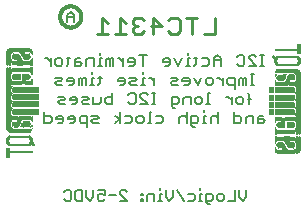
<source format=gbr>
G04 EAGLE Gerber RS-274X export*
G75*
%MOMM*%
%FSLAX34Y34*%
%LPD*%
%INSilkscreen Bottom*%
%IPPOS*%
%AMOC8*
5,1,8,0,0,1.08239X$1,22.5*%
G01*
%ADD10C,0.254000*%
%ADD11C,0.152400*%
%ADD12C,0.127000*%
%ADD13C,0.304800*%
%ADD14C,0.203200*%
%ADD15R,0.022863X0.462278*%
%ADD16R,0.022863X0.462281*%
%ADD17R,0.022863X0.436881*%
%ADD18R,0.023113X0.462278*%
%ADD19R,0.023113X0.462281*%
%ADD20R,0.023113X0.436881*%
%ADD21R,0.023116X0.462278*%
%ADD22R,0.023116X0.462281*%
%ADD23R,0.023116X0.436881*%
%ADD24R,0.023113X0.022863*%
%ADD25R,0.023116X0.091441*%
%ADD26R,0.023113X0.139700*%
%ADD27R,0.023116X0.185419*%
%ADD28R,0.023113X0.254000*%
%ADD29R,0.023113X0.299719*%
%ADD30R,0.023116X0.345438*%
%ADD31R,0.023113X0.391159*%
%ADD32R,0.023116X0.393700*%
%ADD33R,0.022863X0.325119*%
%ADD34R,0.022863X0.599438*%
%ADD35R,0.022863X0.622300*%
%ADD36R,0.022863X0.530859*%
%ADD37R,0.022863X0.439422*%
%ADD38R,0.022863X0.231138*%
%ADD39R,0.022863X0.071119*%
%ADD40R,0.022863X0.533400*%
%ADD41R,0.022863X0.208281*%
%ADD42R,0.023113X0.345441*%
%ADD43R,0.023113X0.576578*%
%ADD44R,0.023113X0.599438*%
%ADD45R,0.023113X0.508000*%
%ADD46R,0.023113X0.416563*%
%ADD47R,0.023113X0.208278*%
%ADD48R,0.023113X0.553722*%
%ADD49R,0.023113X0.208281*%
%ADD50R,0.023116X0.345441*%
%ADD51R,0.023116X0.530859*%
%ADD52R,0.023116X0.370841*%
%ADD53R,0.023116X0.162559*%
%ADD54R,0.023116X0.576581*%
%ADD55R,0.023116X0.208281*%
%ADD56R,0.023113X0.322578*%
%ADD57R,0.023113X0.485137*%
%ADD58R,0.023113X0.416559*%
%ADD59R,0.023113X0.347981*%
%ADD60R,0.023113X0.116838*%
%ADD61R,0.023113X0.647700*%
%ADD62R,0.023116X0.322581*%
%ADD63R,0.023116X0.485137*%
%ADD64R,0.023116X0.093978*%
%ADD65R,0.023116X0.231141*%
%ADD66R,0.023116X0.693419*%
%ADD67R,0.023113X0.322581*%
%ADD68R,0.023113X0.439419*%
%ADD69R,0.023113X0.370841*%
%ADD70R,0.023113X0.299722*%
%ADD71R,0.023113X0.045719*%
%ADD72R,0.023113X0.739138*%
%ADD73R,0.023113X0.414019*%
%ADD74R,0.023113X0.347978*%
%ADD75R,0.023113X0.762000*%
%ADD76R,0.023116X0.414019*%
%ADD77R,0.023116X0.182881*%
%ADD78R,0.023116X0.347978*%
%ADD79R,0.023116X0.276863*%
%ADD80R,0.023116X0.116841*%
%ADD81R,0.023116X0.276859*%
%ADD82R,0.023116X0.784863*%
%ADD83R,0.023113X0.325119*%
%ADD84R,0.023113X0.276863*%
%ADD85R,0.023113X0.276859*%
%ADD86R,0.023116X0.325119*%
%ADD87R,0.023116X0.391159*%
%ADD88R,0.023116X0.302259*%
%ADD89R,0.023116X0.254000*%
%ADD90R,0.023113X0.302259*%
%ADD91R,0.023113X0.393700*%
%ADD92R,0.023113X0.231141*%
%ADD93R,0.022863X0.302259*%
%ADD94R,0.022863X0.439419*%
%ADD95R,0.022863X0.368300*%
%ADD96R,0.022863X0.391159*%
%ADD97R,0.022863X0.416559*%
%ADD98R,0.022863X0.276863*%
%ADD99R,0.022863X0.205741*%
%ADD100R,0.023113X0.368300*%
%ADD101R,0.023113X0.205741*%
%ADD102R,0.023116X0.368300*%
%ADD103R,0.023116X0.205741*%
%ADD104R,0.023113X0.182881*%
%ADD105R,0.022863X0.276859*%
%ADD106R,0.022863X0.182881*%
%ADD107R,0.023113X0.924559*%
%ADD108R,0.023116X0.924559*%
%ADD109R,0.023113X0.901700*%
%ADD110R,0.023116X0.901700*%
%ADD111R,0.023113X0.878841*%
%ADD112R,0.023116X0.855981*%
%ADD113R,0.023113X0.833119*%
%ADD114R,0.022863X0.787400*%
%ADD115R,0.022863X0.414019*%
%ADD116R,0.022863X0.924559*%
%ADD117R,0.023113X0.739141*%
%ADD118R,0.023116X0.716281*%
%ADD119R,0.023116X0.299722*%
%ADD120R,0.023113X0.670559*%
%ADD121R,0.023116X0.647700*%
%ADD122R,0.023116X0.508000*%
%ADD123R,0.023116X0.299719*%
%ADD124R,0.023113X0.601981*%
%ADD125R,0.023113X0.530859*%
%ADD126R,0.023113X0.231138*%
%ADD127R,0.023113X0.556259*%
%ADD128R,0.023113X0.185419*%
%ADD129R,0.023116X0.533400*%
%ADD130R,0.023116X0.599438*%
%ADD131R,0.023116X0.416563*%
%ADD132R,0.023116X0.116838*%
%ADD133R,0.023113X0.485141*%
%ADD134R,0.023113X0.645159*%
%ADD135R,0.023113X0.716278*%
%ADD136R,0.022863X0.393700*%
%ADD137R,0.022863X0.762000*%
%ADD138R,0.022863X0.624841*%
%ADD139R,0.023113X0.784859*%
%ADD140R,0.023113X0.693422*%
%ADD141R,0.023116X0.830578*%
%ADD142R,0.023116X0.739141*%
%ADD143R,0.023113X0.876300*%
%ADD144R,0.023113X0.807722*%
%ADD145R,0.023116X0.899159*%
%ADD146R,0.023116X0.878841*%
%ADD147R,0.023113X0.922019*%
%ADD148R,0.023113X0.947419*%
%ADD149R,0.023116X0.970278*%
%ADD150R,0.023113X0.970278*%
%ADD151R,0.023116X0.439419*%
%ADD152R,0.022863X0.299722*%
%ADD153R,0.023116X0.416559*%
%ADD154R,0.023116X0.347981*%
%ADD155R,0.023113X0.137159*%
%ADD156R,0.023113X0.093978*%
%ADD157R,0.023113X0.091441*%
%ADD158R,0.023113X0.093981*%
%ADD159R,0.023113X0.114300*%
%ADD160R,0.023116X0.045719*%
%ADD161R,0.023116X0.045722*%
%ADD162R,0.023113X0.071119*%
%ADD163R,0.023113X0.116841*%
%ADD164R,0.023116X0.139700*%
%ADD165R,0.022863X0.322581*%
%ADD166R,0.022863X0.345441*%
%ADD167R,0.022863X0.162559*%
%ADD168R,0.022863X0.576581*%
%ADD169R,0.023113X0.668019*%
%ADD170R,0.023113X0.533400*%
%ADD171R,0.023116X1.455419*%
%ADD172R,0.023116X5.519419*%
%ADD173R,0.023113X1.455419*%
%ADD174R,0.023113X5.519419*%
%ADD175R,0.023116X5.494019*%
%ADD176R,0.023113X1.430019*%
%ADD177R,0.023113X5.494019*%
%ADD178R,0.023116X1.430019*%
%ADD179R,0.023116X5.471159*%
%ADD180R,0.023116X0.762000*%
%ADD181R,0.023113X1.407159*%
%ADD182R,0.023113X5.471159*%
%ADD183R,0.022863X1.384300*%
%ADD184R,0.022863X5.448300*%
%ADD185R,0.022863X0.716278*%
%ADD186R,0.022863X0.878841*%
%ADD187R,0.023113X1.361438*%
%ADD188R,0.023113X5.425438*%
%ADD189R,0.023116X1.338578*%
%ADD190R,0.023116X5.402578*%
%ADD191R,0.023116X0.624841*%
%ADD192R,0.023113X1.292859*%
%ADD193R,0.023113X5.356859*%
%ADD194R,0.023116X1.224278*%
%ADD195R,0.023116X5.288278*%


D10*
X178938Y159397D02*
X178938Y145415D01*
X169616Y145415D01*
X159075Y145415D02*
X159075Y159397D01*
X163735Y159397D02*
X154414Y159397D01*
X141542Y159397D02*
X139212Y157067D01*
X141542Y159397D02*
X146203Y159397D01*
X148533Y157067D01*
X148533Y147745D01*
X146203Y145415D01*
X141542Y145415D01*
X139212Y147745D01*
X126340Y145415D02*
X126340Y159397D01*
X133331Y152406D01*
X124010Y152406D01*
X118129Y157067D02*
X115799Y159397D01*
X111138Y159397D01*
X108808Y157067D01*
X108808Y154736D01*
X111138Y152406D01*
X113468Y152406D01*
X111138Y152406D02*
X108808Y150076D01*
X108808Y147745D01*
X111138Y145415D01*
X115799Y145415D01*
X118129Y147745D01*
X102927Y154736D02*
X98266Y159397D01*
X98266Y145415D01*
X102927Y145415D02*
X93605Y145415D01*
X87725Y154736D02*
X83064Y159397D01*
X83064Y145415D01*
X87725Y145415D02*
X78403Y145415D01*
D11*
X216939Y118713D02*
X220032Y118713D01*
X218486Y118713D02*
X218486Y127992D01*
X220032Y127992D02*
X216939Y127992D01*
X213405Y118713D02*
X207219Y118713D01*
X213405Y118713D02*
X207219Y124899D01*
X207219Y126446D01*
X208766Y127992D01*
X211859Y127992D01*
X213405Y126446D01*
X198826Y127992D02*
X197280Y126446D01*
X198826Y127992D02*
X201919Y127992D01*
X203466Y126446D01*
X203466Y120260D01*
X201919Y118713D01*
X198826Y118713D01*
X197280Y120260D01*
X183586Y118713D02*
X183586Y124899D01*
X180493Y127992D01*
X177400Y124899D01*
X177400Y118713D01*
X177400Y123353D02*
X183586Y123353D01*
X172099Y124899D02*
X167460Y124899D01*
X172099Y124899D02*
X173646Y123353D01*
X173646Y120260D01*
X172099Y118713D01*
X167460Y118713D01*
X162160Y120260D02*
X162160Y126446D01*
X162160Y120260D02*
X160613Y118713D01*
X160613Y124899D02*
X163706Y124899D01*
X157079Y124899D02*
X155533Y124899D01*
X155533Y118713D01*
X157079Y118713D02*
X153986Y118713D01*
X155533Y127992D02*
X155533Y129539D01*
X150453Y124899D02*
X147360Y118713D01*
X144267Y124899D01*
X138967Y118713D02*
X135874Y118713D01*
X138967Y118713D02*
X140513Y120260D01*
X140513Y123353D01*
X138967Y124899D01*
X135874Y124899D01*
X134327Y123353D01*
X134327Y121806D01*
X140513Y121806D01*
X117540Y118713D02*
X117540Y127992D01*
X120633Y127992D02*
X114447Y127992D01*
X109147Y118713D02*
X106054Y118713D01*
X109147Y118713D02*
X110693Y120260D01*
X110693Y123353D01*
X109147Y124899D01*
X106054Y124899D01*
X104507Y123353D01*
X104507Y121806D01*
X110693Y121806D01*
X100753Y118713D02*
X100753Y124899D01*
X97661Y124899D02*
X100753Y121806D01*
X97661Y124899D02*
X96114Y124899D01*
X92470Y124899D02*
X92470Y118713D01*
X92470Y124899D02*
X90924Y124899D01*
X89377Y123353D01*
X89377Y118713D01*
X89377Y123353D02*
X87831Y124899D01*
X86284Y123353D01*
X86284Y118713D01*
X82530Y124899D02*
X80984Y124899D01*
X80984Y118713D01*
X82530Y118713D02*
X79437Y118713D01*
X80984Y127992D02*
X80984Y129539D01*
X75904Y124899D02*
X75904Y118713D01*
X75904Y124899D02*
X71264Y124899D01*
X69718Y123353D01*
X69718Y118713D01*
X64417Y124899D02*
X61324Y124899D01*
X59778Y123353D01*
X59778Y118713D01*
X64417Y118713D01*
X65964Y120260D01*
X64417Y121806D01*
X59778Y121806D01*
X54478Y120260D02*
X54478Y126446D01*
X54478Y120260D02*
X52931Y118713D01*
X52931Y124899D02*
X56024Y124899D01*
X47851Y118713D02*
X44758Y118713D01*
X43212Y120260D01*
X43212Y123353D01*
X44758Y124899D01*
X47851Y124899D01*
X49397Y123353D01*
X49397Y120260D01*
X47851Y118713D01*
X39458Y118713D02*
X39458Y124899D01*
X39458Y121806D02*
X36365Y124899D01*
X34818Y124899D01*
X208656Y102521D02*
X211749Y102521D01*
X210202Y102521D02*
X210202Y111800D01*
X208656Y111800D02*
X211749Y111800D01*
X205122Y108707D02*
X205122Y102521D01*
X205122Y108707D02*
X203576Y108707D01*
X202029Y107160D01*
X202029Y102521D01*
X202029Y107160D02*
X200483Y108707D01*
X198936Y107160D01*
X198936Y102521D01*
X195182Y99428D02*
X195182Y108707D01*
X190543Y108707D01*
X188996Y107160D01*
X188996Y104067D01*
X190543Y102521D01*
X195182Y102521D01*
X185242Y102521D02*
X185242Y108707D01*
X185242Y105614D02*
X182149Y108707D01*
X180603Y108707D01*
X175413Y102521D02*
X172320Y102521D01*
X170773Y104067D01*
X170773Y107160D01*
X172320Y108707D01*
X175413Y108707D01*
X176959Y107160D01*
X176959Y104067D01*
X175413Y102521D01*
X167019Y108707D02*
X163926Y102521D01*
X160833Y108707D01*
X155533Y102521D02*
X152440Y102521D01*
X155533Y102521D02*
X157079Y104067D01*
X157079Y107160D01*
X155533Y108707D01*
X152440Y108707D01*
X150894Y107160D01*
X150894Y105614D01*
X157079Y105614D01*
X147140Y102521D02*
X142500Y102521D01*
X140954Y104067D01*
X142500Y105614D01*
X145593Y105614D01*
X147140Y107160D01*
X145593Y108707D01*
X140954Y108707D01*
X127260Y108707D02*
X127260Y102521D01*
X127260Y105614D02*
X124167Y108707D01*
X122620Y108707D01*
X118977Y108707D02*
X117430Y108707D01*
X117430Y102521D01*
X115884Y102521D02*
X118977Y102521D01*
X117430Y111800D02*
X117430Y113346D01*
X112350Y102521D02*
X107711Y102521D01*
X106164Y104067D01*
X107711Y105614D01*
X110804Y105614D01*
X112350Y107160D01*
X110804Y108707D01*
X106164Y108707D01*
X100864Y102521D02*
X97771Y102521D01*
X100864Y102521D02*
X102410Y104067D01*
X102410Y107160D01*
X100864Y108707D01*
X97771Y108707D01*
X96224Y107160D01*
X96224Y105614D01*
X102410Y105614D01*
X80984Y104067D02*
X80984Y110253D01*
X80984Y104067D02*
X79437Y102521D01*
X79437Y108707D02*
X82530Y108707D01*
X75904Y108707D02*
X74357Y108707D01*
X74357Y102521D01*
X72811Y102521D02*
X75904Y102521D01*
X74357Y111800D02*
X74357Y113346D01*
X69277Y108707D02*
X69277Y102521D01*
X69277Y108707D02*
X67731Y108707D01*
X66184Y107160D01*
X66184Y102521D01*
X66184Y107160D02*
X64638Y108707D01*
X63091Y107160D01*
X63091Y102521D01*
X57791Y102521D02*
X54698Y102521D01*
X57791Y102521D02*
X59337Y104067D01*
X59337Y107160D01*
X57791Y108707D01*
X54698Y108707D01*
X53151Y107160D01*
X53151Y105614D01*
X59337Y105614D01*
X49397Y102521D02*
X44758Y102521D01*
X43212Y104067D01*
X44758Y105614D01*
X47851Y105614D01*
X49397Y107160D01*
X47851Y108707D01*
X43212Y108707D01*
X207717Y94061D02*
X207717Y86328D01*
X207717Y94061D02*
X206171Y95607D01*
X206171Y90968D02*
X209264Y90968D01*
X201091Y86328D02*
X197998Y86328D01*
X196451Y87875D01*
X196451Y90968D01*
X197998Y92514D01*
X201091Y92514D01*
X202637Y90968D01*
X202637Y87875D01*
X201091Y86328D01*
X192697Y86328D02*
X192697Y92514D01*
X192697Y89421D02*
X189604Y92514D01*
X188058Y92514D01*
X174474Y95607D02*
X172928Y95607D01*
X172928Y86328D01*
X174474Y86328D02*
X171381Y86328D01*
X166301Y86328D02*
X163208Y86328D01*
X161662Y87875D01*
X161662Y90968D01*
X163208Y92514D01*
X166301Y92514D01*
X167848Y90968D01*
X167848Y87875D01*
X166301Y86328D01*
X157908Y86328D02*
X157908Y92514D01*
X153268Y92514D01*
X151722Y90968D01*
X151722Y86328D01*
X144875Y83235D02*
X143328Y83235D01*
X141782Y84782D01*
X141782Y92514D01*
X146421Y92514D01*
X147968Y90968D01*
X147968Y87875D01*
X146421Y86328D01*
X141782Y86328D01*
X128088Y86328D02*
X124995Y86328D01*
X126542Y86328D02*
X126542Y95607D01*
X128088Y95607D02*
X124995Y95607D01*
X121462Y86328D02*
X115276Y86328D01*
X121462Y86328D02*
X115276Y92514D01*
X115276Y94061D01*
X116822Y95607D01*
X119915Y95607D01*
X121462Y94061D01*
X106882Y95607D02*
X105336Y94061D01*
X106882Y95607D02*
X109975Y95607D01*
X111522Y94061D01*
X111522Y87875D01*
X109975Y86328D01*
X106882Y86328D01*
X105336Y87875D01*
X91642Y86328D02*
X91642Y95607D01*
X91642Y86328D02*
X87002Y86328D01*
X85456Y87875D01*
X85456Y90968D01*
X87002Y92514D01*
X91642Y92514D01*
X81702Y92514D02*
X81702Y87875D01*
X80156Y86328D01*
X75516Y86328D01*
X75516Y92514D01*
X71762Y86328D02*
X67123Y86328D01*
X65576Y87875D01*
X67123Y89421D01*
X70216Y89421D01*
X71762Y90968D01*
X70216Y92514D01*
X65576Y92514D01*
X60276Y86328D02*
X57183Y86328D01*
X60276Y86328D02*
X61822Y87875D01*
X61822Y90968D01*
X60276Y92514D01*
X57183Y92514D01*
X55636Y90968D01*
X55636Y89421D01*
X61822Y89421D01*
X51882Y86328D02*
X47243Y86328D01*
X45696Y87875D01*
X47243Y89421D01*
X50336Y89421D01*
X51882Y90968D01*
X50336Y92514D01*
X45696Y92514D01*
X216221Y76322D02*
X219314Y76322D01*
X216221Y76322D02*
X214674Y74775D01*
X214674Y70136D01*
X219314Y70136D01*
X220860Y71682D01*
X219314Y73229D01*
X214674Y73229D01*
X210920Y70136D02*
X210920Y76322D01*
X206281Y76322D01*
X204735Y74775D01*
X204735Y70136D01*
X194795Y70136D02*
X194795Y79415D01*
X194795Y70136D02*
X199434Y70136D01*
X200981Y71682D01*
X200981Y74775D01*
X199434Y76322D01*
X194795Y76322D01*
X181101Y79415D02*
X181101Y70136D01*
X181101Y74775D02*
X179554Y76322D01*
X176461Y76322D01*
X174915Y74775D01*
X174915Y70136D01*
X171161Y76322D02*
X169614Y76322D01*
X169614Y70136D01*
X168068Y70136D02*
X171161Y70136D01*
X169614Y79415D02*
X169614Y80961D01*
X161441Y67043D02*
X159895Y67043D01*
X158348Y68589D01*
X158348Y76322D01*
X162988Y76322D01*
X164534Y74775D01*
X164534Y71682D01*
X162988Y70136D01*
X158348Y70136D01*
X154594Y70136D02*
X154594Y79415D01*
X153048Y76322D02*
X154594Y74775D01*
X153048Y76322D02*
X149955Y76322D01*
X148409Y74775D01*
X148409Y70136D01*
X133168Y76322D02*
X128529Y76322D01*
X133168Y76322D02*
X134715Y74775D01*
X134715Y71682D01*
X133168Y70136D01*
X128529Y70136D01*
X124775Y79415D02*
X123228Y79415D01*
X123228Y70136D01*
X121682Y70136D02*
X124775Y70136D01*
X116602Y70136D02*
X113509Y70136D01*
X111962Y71682D01*
X111962Y74775D01*
X113509Y76322D01*
X116602Y76322D01*
X118148Y74775D01*
X118148Y71682D01*
X116602Y70136D01*
X106662Y76322D02*
X102022Y76322D01*
X106662Y76322D02*
X108208Y74775D01*
X108208Y71682D01*
X106662Y70136D01*
X102022Y70136D01*
X98269Y70136D02*
X98269Y79415D01*
X98269Y73229D02*
X93629Y70136D01*
X98269Y73229D02*
X93629Y76322D01*
X80045Y70136D02*
X75406Y70136D01*
X73859Y71682D01*
X75406Y73229D01*
X78499Y73229D01*
X80045Y74775D01*
X78499Y76322D01*
X73859Y76322D01*
X70106Y76322D02*
X70106Y67043D01*
X70106Y76322D02*
X65466Y76322D01*
X63920Y74775D01*
X63920Y71682D01*
X65466Y70136D01*
X70106Y70136D01*
X58619Y70136D02*
X55526Y70136D01*
X58619Y70136D02*
X60166Y71682D01*
X60166Y74775D01*
X58619Y76322D01*
X55526Y76322D01*
X53980Y74775D01*
X53980Y73229D01*
X60166Y73229D01*
X48679Y70136D02*
X45586Y70136D01*
X48679Y70136D02*
X50226Y71682D01*
X50226Y74775D01*
X48679Y76322D01*
X45586Y76322D01*
X44040Y74775D01*
X44040Y73229D01*
X50226Y73229D01*
X34100Y70136D02*
X34100Y79415D01*
X34100Y70136D02*
X38739Y70136D01*
X40286Y71682D01*
X40286Y74775D01*
X38739Y76322D01*
X34100Y76322D01*
D12*
X205105Y13343D02*
X205105Y7411D01*
X202139Y4445D01*
X199173Y7411D01*
X199173Y13343D01*
X195749Y13343D02*
X195749Y4445D01*
X189818Y4445D01*
X184911Y4445D02*
X181945Y4445D01*
X180462Y5928D01*
X180462Y8894D01*
X181945Y10377D01*
X184911Y10377D01*
X186394Y8894D01*
X186394Y5928D01*
X184911Y4445D01*
X174073Y1479D02*
X172590Y1479D01*
X171107Y2962D01*
X171107Y10377D01*
X175556Y10377D01*
X177039Y8894D01*
X177039Y5928D01*
X175556Y4445D01*
X171107Y4445D01*
X167684Y10377D02*
X166201Y10377D01*
X166201Y4445D01*
X167684Y4445D02*
X164718Y4445D01*
X166201Y13343D02*
X166201Y14826D01*
X159964Y10377D02*
X155515Y10377D01*
X159964Y10377D02*
X161447Y8894D01*
X161447Y5928D01*
X159964Y4445D01*
X155515Y4445D01*
X152092Y4445D02*
X146160Y13343D01*
X142737Y13343D02*
X142737Y7411D01*
X139771Y4445D01*
X136805Y7411D01*
X136805Y13343D01*
X133381Y10377D02*
X131899Y10377D01*
X131899Y4445D01*
X133381Y4445D02*
X130416Y4445D01*
X131899Y13343D02*
X131899Y14826D01*
X127145Y10377D02*
X127145Y4445D01*
X127145Y10377D02*
X122696Y10377D01*
X121213Y8894D01*
X121213Y4445D01*
X117790Y10377D02*
X116307Y10377D01*
X116307Y8894D01*
X117790Y8894D01*
X117790Y10377D01*
X117790Y5928D02*
X116307Y5928D01*
X116307Y4445D01*
X117790Y4445D01*
X117790Y5928D01*
X103757Y4445D02*
X97825Y4445D01*
X103757Y4445D02*
X97825Y10377D01*
X97825Y11860D01*
X99308Y13343D01*
X102274Y13343D01*
X103757Y11860D01*
X94402Y8894D02*
X88470Y8894D01*
X85046Y13343D02*
X79115Y13343D01*
X85046Y13343D02*
X85046Y8894D01*
X82081Y10377D01*
X80598Y10377D01*
X79115Y8894D01*
X79115Y5928D01*
X80598Y4445D01*
X83563Y4445D01*
X85046Y5928D01*
X75691Y7411D02*
X75691Y13343D01*
X75691Y7411D02*
X72725Y4445D01*
X69759Y7411D01*
X69759Y13343D01*
X66336Y13343D02*
X66336Y4445D01*
X61887Y4445D01*
X60404Y5928D01*
X60404Y11860D01*
X61887Y13343D01*
X66336Y13343D01*
X52532Y13343D02*
X51049Y11860D01*
X52532Y13343D02*
X55498Y13343D01*
X56981Y11860D01*
X56981Y5928D01*
X55498Y4445D01*
X52532Y4445D01*
X51049Y5928D01*
D13*
X47535Y160020D02*
X47538Y160240D01*
X47546Y160461D01*
X47559Y160681D01*
X47578Y160900D01*
X47603Y161119D01*
X47632Y161338D01*
X47667Y161555D01*
X47708Y161772D01*
X47753Y161988D01*
X47804Y162202D01*
X47860Y162415D01*
X47922Y162627D01*
X47988Y162837D01*
X48060Y163045D01*
X48137Y163252D01*
X48219Y163456D01*
X48305Y163659D01*
X48397Y163859D01*
X48494Y164058D01*
X48595Y164253D01*
X48702Y164446D01*
X48813Y164637D01*
X48928Y164824D01*
X49048Y165009D01*
X49173Y165191D01*
X49302Y165369D01*
X49436Y165545D01*
X49573Y165717D01*
X49715Y165885D01*
X49861Y166051D01*
X50011Y166212D01*
X50165Y166370D01*
X50323Y166524D01*
X50484Y166674D01*
X50650Y166820D01*
X50818Y166962D01*
X50990Y167099D01*
X51166Y167233D01*
X51344Y167362D01*
X51526Y167487D01*
X51711Y167607D01*
X51898Y167722D01*
X52089Y167833D01*
X52282Y167940D01*
X52477Y168041D01*
X52676Y168138D01*
X52876Y168230D01*
X53079Y168316D01*
X53283Y168398D01*
X53490Y168475D01*
X53698Y168547D01*
X53908Y168613D01*
X54120Y168675D01*
X54333Y168731D01*
X54547Y168782D01*
X54763Y168827D01*
X54980Y168868D01*
X55197Y168903D01*
X55416Y168932D01*
X55635Y168957D01*
X55854Y168976D01*
X56074Y168989D01*
X56295Y168997D01*
X56515Y169000D01*
X56735Y168997D01*
X56956Y168989D01*
X57176Y168976D01*
X57395Y168957D01*
X57614Y168932D01*
X57833Y168903D01*
X58050Y168868D01*
X58267Y168827D01*
X58483Y168782D01*
X58697Y168731D01*
X58910Y168675D01*
X59122Y168613D01*
X59332Y168547D01*
X59540Y168475D01*
X59747Y168398D01*
X59951Y168316D01*
X60154Y168230D01*
X60354Y168138D01*
X60553Y168041D01*
X60748Y167940D01*
X60941Y167833D01*
X61132Y167722D01*
X61319Y167607D01*
X61504Y167487D01*
X61686Y167362D01*
X61864Y167233D01*
X62040Y167099D01*
X62212Y166962D01*
X62380Y166820D01*
X62546Y166674D01*
X62707Y166524D01*
X62865Y166370D01*
X63019Y166212D01*
X63169Y166051D01*
X63315Y165885D01*
X63457Y165717D01*
X63594Y165545D01*
X63728Y165369D01*
X63857Y165191D01*
X63982Y165009D01*
X64102Y164824D01*
X64217Y164637D01*
X64328Y164446D01*
X64435Y164253D01*
X64536Y164058D01*
X64633Y163859D01*
X64725Y163659D01*
X64811Y163456D01*
X64893Y163252D01*
X64970Y163045D01*
X65042Y162837D01*
X65108Y162627D01*
X65170Y162415D01*
X65226Y162202D01*
X65277Y161988D01*
X65322Y161772D01*
X65363Y161555D01*
X65398Y161338D01*
X65427Y161119D01*
X65452Y160900D01*
X65471Y160681D01*
X65484Y160461D01*
X65492Y160240D01*
X65495Y160020D01*
X65492Y159800D01*
X65484Y159579D01*
X65471Y159359D01*
X65452Y159140D01*
X65427Y158921D01*
X65398Y158702D01*
X65363Y158485D01*
X65322Y158268D01*
X65277Y158052D01*
X65226Y157838D01*
X65170Y157625D01*
X65108Y157413D01*
X65042Y157203D01*
X64970Y156995D01*
X64893Y156788D01*
X64811Y156584D01*
X64725Y156381D01*
X64633Y156181D01*
X64536Y155982D01*
X64435Y155787D01*
X64328Y155594D01*
X64217Y155403D01*
X64102Y155216D01*
X63982Y155031D01*
X63857Y154849D01*
X63728Y154671D01*
X63594Y154495D01*
X63457Y154323D01*
X63315Y154155D01*
X63169Y153989D01*
X63019Y153828D01*
X62865Y153670D01*
X62707Y153516D01*
X62546Y153366D01*
X62380Y153220D01*
X62212Y153078D01*
X62040Y152941D01*
X61864Y152807D01*
X61686Y152678D01*
X61504Y152553D01*
X61319Y152433D01*
X61132Y152318D01*
X60941Y152207D01*
X60748Y152100D01*
X60553Y151999D01*
X60354Y151902D01*
X60154Y151810D01*
X59951Y151724D01*
X59747Y151642D01*
X59540Y151565D01*
X59332Y151493D01*
X59122Y151427D01*
X58910Y151365D01*
X58697Y151309D01*
X58483Y151258D01*
X58267Y151213D01*
X58050Y151172D01*
X57833Y151137D01*
X57614Y151108D01*
X57395Y151083D01*
X57176Y151064D01*
X56956Y151051D01*
X56735Y151043D01*
X56515Y151040D01*
X56295Y151043D01*
X56074Y151051D01*
X55854Y151064D01*
X55635Y151083D01*
X55416Y151108D01*
X55197Y151137D01*
X54980Y151172D01*
X54763Y151213D01*
X54547Y151258D01*
X54333Y151309D01*
X54120Y151365D01*
X53908Y151427D01*
X53698Y151493D01*
X53490Y151565D01*
X53283Y151642D01*
X53079Y151724D01*
X52876Y151810D01*
X52676Y151902D01*
X52477Y151999D01*
X52282Y152100D01*
X52089Y152207D01*
X51898Y152318D01*
X51711Y152433D01*
X51526Y152553D01*
X51344Y152678D01*
X51166Y152807D01*
X50990Y152941D01*
X50818Y153078D01*
X50650Y153220D01*
X50484Y153366D01*
X50323Y153516D01*
X50165Y153670D01*
X50011Y153828D01*
X49861Y153989D01*
X49715Y154155D01*
X49573Y154323D01*
X49436Y154495D01*
X49302Y154671D01*
X49173Y154849D01*
X49048Y155031D01*
X48928Y155216D01*
X48813Y155403D01*
X48702Y155594D01*
X48595Y155787D01*
X48494Y155982D01*
X48397Y156181D01*
X48305Y156381D01*
X48219Y156584D01*
X48137Y156788D01*
X48060Y156995D01*
X47988Y157203D01*
X47922Y157413D01*
X47860Y157625D01*
X47804Y157838D01*
X47753Y158052D01*
X47708Y158268D01*
X47667Y158485D01*
X47632Y158702D01*
X47603Y158921D01*
X47578Y159140D01*
X47559Y159359D01*
X47546Y159579D01*
X47538Y159800D01*
X47535Y160020D01*
D14*
X59055Y161379D02*
X59055Y155956D01*
X59055Y161379D02*
X56343Y164091D01*
X53632Y161379D01*
X53632Y155956D01*
X53632Y160023D02*
X59055Y160023D01*
D15*
X224790Y79197D03*
D16*
X224790Y85446D03*
X224790Y91669D03*
D17*
X224790Y98019D03*
D18*
X225020Y79197D03*
D19*
X225020Y85446D03*
X225020Y91669D03*
D20*
X225020Y98019D03*
D21*
X225251Y79197D03*
D22*
X225251Y85446D03*
X225251Y91669D03*
D23*
X225251Y98019D03*
D18*
X225482Y79197D03*
D19*
X225482Y85446D03*
X225482Y91669D03*
D20*
X225482Y98019D03*
D21*
X225713Y79197D03*
D22*
X225713Y85446D03*
X225713Y91669D03*
D23*
X225713Y98019D03*
D18*
X225944Y79197D03*
D19*
X225944Y85446D03*
X225944Y91669D03*
D20*
X225944Y98019D03*
D18*
X226176Y79197D03*
D19*
X226176Y85446D03*
X226176Y91669D03*
D20*
X226176Y98019D03*
D21*
X226407Y79197D03*
D22*
X226407Y85446D03*
X226407Y91669D03*
D23*
X226407Y98019D03*
D18*
X226638Y79197D03*
D19*
X226638Y85446D03*
X226638Y91669D03*
D20*
X226638Y98019D03*
D21*
X226869Y79197D03*
D22*
X226869Y85446D03*
X226869Y91669D03*
D23*
X226869Y98019D03*
D18*
X227100Y79197D03*
D19*
X227100Y85446D03*
X227100Y91669D03*
D20*
X227100Y98019D03*
D15*
X227330Y79197D03*
D16*
X227330Y85446D03*
X227330Y91669D03*
D17*
X227330Y98019D03*
D18*
X227560Y79197D03*
D19*
X227560Y85446D03*
X227560Y91669D03*
D20*
X227560Y98019D03*
D24*
X227560Y126429D03*
D21*
X227791Y79197D03*
D22*
X227791Y85446D03*
X227791Y91669D03*
D23*
X227791Y98019D03*
D25*
X227791Y126314D03*
D18*
X228022Y79197D03*
D19*
X228022Y85446D03*
X228022Y91669D03*
D20*
X228022Y98019D03*
D26*
X228022Y126073D03*
D21*
X228253Y79197D03*
D22*
X228253Y85446D03*
X228253Y91669D03*
D23*
X228253Y98019D03*
D27*
X228253Y126073D03*
D18*
X228484Y79197D03*
D19*
X228484Y85446D03*
X228484Y91669D03*
D20*
X228484Y98019D03*
D28*
X228484Y125959D03*
D18*
X228716Y79197D03*
D19*
X228716Y85446D03*
X228716Y91669D03*
D20*
X228716Y98019D03*
D29*
X228716Y125730D03*
D21*
X228947Y79197D03*
D22*
X228947Y85446D03*
X228947Y91669D03*
D23*
X228947Y98019D03*
D30*
X228947Y125730D03*
D31*
X229178Y125501D03*
D32*
X229409Y125032D03*
D18*
X229640Y124003D03*
D33*
X229870Y48031D03*
D34*
X229870Y55880D03*
D35*
X229870Y63614D03*
D36*
X229870Y72631D03*
D15*
X229870Y79197D03*
D16*
X229870Y85446D03*
X229870Y91669D03*
D17*
X229870Y98019D03*
D37*
X229870Y104254D03*
D38*
X229870Y109919D03*
D39*
X229870Y113030D03*
D40*
X229870Y123190D03*
D41*
X229870Y132436D03*
D42*
X230100Y47676D03*
D43*
X230100Y55994D03*
D44*
X230100Y63500D03*
D45*
X230100Y72746D03*
D18*
X230100Y79197D03*
D19*
X230100Y85446D03*
X230100Y91669D03*
D20*
X230100Y98019D03*
D46*
X230100Y104140D03*
D47*
X230100Y110033D03*
D26*
X230100Y113373D03*
D48*
X230100Y122606D03*
D49*
X230100Y132436D03*
D50*
X230331Y47219D03*
D51*
X230331Y56223D03*
X230331Y63157D03*
D21*
X230331Y72974D03*
X230331Y79197D03*
D22*
X230331Y85446D03*
X230331Y91669D03*
D23*
X230331Y98019D03*
D52*
X230331Y103911D03*
D53*
X230331Y110261D03*
D27*
X230331Y113602D03*
D54*
X230331Y122492D03*
D55*
X230331Y132436D03*
D56*
X230562Y46876D03*
D57*
X230562Y56452D03*
D45*
X230562Y63043D03*
D58*
X230562Y73203D03*
D18*
X230562Y79197D03*
D19*
X230562Y85446D03*
X230562Y91669D03*
D20*
X230562Y98019D03*
D59*
X230562Y103797D03*
D60*
X230562Y110490D03*
D47*
X230562Y113716D03*
D61*
X230562Y122619D03*
D49*
X230562Y132436D03*
D62*
X230793Y46647D03*
D21*
X230793Y56566D03*
D63*
X230793Y62929D03*
D32*
X230793Y73317D03*
D21*
X230793Y79197D03*
D22*
X230793Y85446D03*
X230793Y91669D03*
D23*
X230793Y98019D03*
D62*
X230793Y103670D03*
D64*
X230793Y110604D03*
D65*
X230793Y113830D03*
D66*
X230793Y122619D03*
D55*
X230793Y132436D03*
D67*
X231024Y46419D03*
D68*
X231024Y56680D03*
D18*
X231024Y62814D03*
D69*
X231024Y73431D03*
D18*
X231024Y79197D03*
D19*
X231024Y85446D03*
X231024Y91669D03*
D20*
X231024Y98019D03*
D70*
X231024Y103556D03*
D71*
X231024Y110846D03*
D28*
X231024Y113944D03*
D72*
X231024Y122619D03*
D49*
X231024Y132436D03*
D67*
X231256Y46190D03*
D73*
X231256Y56807D03*
D68*
X231256Y62700D03*
D74*
X231256Y73546D03*
D18*
X231256Y79197D03*
D19*
X231256Y85446D03*
X231256Y91669D03*
D20*
X231256Y98019D03*
D70*
X231256Y103556D03*
D28*
X231256Y113944D03*
D75*
X231256Y122504D03*
D49*
X231256Y132436D03*
D62*
X231487Y46190D03*
D65*
X231487Y51270D03*
D76*
X231487Y56807D03*
X231487Y62573D03*
D77*
X231487Y68351D03*
D78*
X231487Y73546D03*
D21*
X231487Y79197D03*
D22*
X231487Y85446D03*
X231487Y91669D03*
D23*
X231487Y98019D03*
D79*
X231487Y103442D03*
D80*
X231487Y108179D03*
D81*
X231487Y114059D03*
D82*
X231487Y122619D03*
D55*
X231487Y132436D03*
D83*
X231718Y45949D03*
D67*
X231718Y51270D03*
D31*
X231718Y56921D03*
D73*
X231718Y62573D03*
D83*
X231718Y68351D03*
X231718Y73660D03*
D18*
X231718Y79197D03*
D19*
X231718Y85446D03*
X231718Y91669D03*
D20*
X231718Y98019D03*
D84*
X231718Y103442D03*
D85*
X231718Y108293D03*
X231718Y114059D03*
D84*
X231718Y120079D03*
D85*
X231718Y125387D03*
D49*
X231718Y132436D03*
D86*
X231949Y45949D03*
D52*
X231949Y51257D03*
D87*
X231949Y56921D03*
D76*
X231949Y62573D03*
D52*
X231949Y68351D03*
D86*
X231949Y73660D03*
D21*
X231949Y79197D03*
D22*
X231949Y85446D03*
X231949Y91669D03*
D23*
X231949Y98019D03*
D79*
X231949Y103442D03*
D50*
X231949Y108407D03*
D88*
X231949Y114186D03*
D89*
X231949Y119736D03*
D65*
X231949Y125616D03*
D55*
X231949Y132436D03*
D83*
X232180Y45949D03*
D58*
X232180Y51257D03*
D31*
X232180Y56921D03*
X232180Y62459D03*
D58*
X232180Y68351D03*
D90*
X232180Y73774D03*
D18*
X232180Y79197D03*
D19*
X232180Y85446D03*
X232180Y91669D03*
D20*
X232180Y98019D03*
D84*
X232180Y103442D03*
D91*
X232180Y108649D03*
D90*
X232180Y114186D03*
D92*
X232180Y119621D03*
D49*
X232180Y125730D03*
X232180Y132436D03*
D93*
X232410Y45834D03*
D94*
X232410Y51143D03*
D95*
X232410Y57036D03*
D96*
X232410Y62459D03*
D97*
X232410Y68351D03*
D93*
X232410Y73774D03*
D15*
X232410Y79197D03*
D16*
X232410Y85446D03*
X232410Y91669D03*
D17*
X232410Y98019D03*
D98*
X232410Y103442D03*
D94*
X232410Y108649D03*
D93*
X232410Y114186D03*
D99*
X232410Y119494D03*
D41*
X232410Y125730D03*
X232410Y132436D03*
D90*
X232640Y45834D03*
D18*
X232640Y51257D03*
D100*
X232640Y57036D03*
D31*
X232640Y62459D03*
D19*
X232640Y68351D03*
D90*
X232640Y73774D03*
D18*
X232640Y79197D03*
D19*
X232640Y85446D03*
X232640Y91669D03*
D20*
X232640Y98019D03*
D84*
X232640Y103442D03*
D18*
X232640Y108763D03*
D90*
X232640Y114186D03*
D101*
X232640Y119494D03*
D49*
X232640Y125959D03*
X232640Y132436D03*
D88*
X232871Y45834D03*
D21*
X232871Y51257D03*
D102*
X232871Y57036D03*
D87*
X232871Y62459D03*
D22*
X232871Y68351D03*
D88*
X232871Y73774D03*
D21*
X232871Y79197D03*
D22*
X232871Y85446D03*
X232871Y91669D03*
D23*
X232871Y98019D03*
D79*
X232871Y103442D03*
D21*
X232871Y108763D03*
D88*
X232871Y114186D03*
D103*
X232871Y119494D03*
D55*
X232871Y125959D03*
X232871Y132436D03*
D90*
X233102Y45834D03*
D18*
X233102Y51257D03*
D100*
X233102Y57036D03*
X233102Y62344D03*
D19*
X233102Y68351D03*
D90*
X233102Y73774D03*
D18*
X233102Y79197D03*
D19*
X233102Y85446D03*
X233102Y91669D03*
D20*
X233102Y98019D03*
D84*
X233102Y103442D03*
D18*
X233102Y108763D03*
D90*
X233102Y114186D03*
D101*
X233102Y119494D03*
D49*
X233102Y125959D03*
X233102Y132436D03*
D88*
X233333Y45834D03*
D21*
X233333Y51257D03*
D102*
X233333Y57036D03*
X233333Y62344D03*
D22*
X233333Y68351D03*
D88*
X233333Y73774D03*
D21*
X233333Y79197D03*
D22*
X233333Y85446D03*
X233333Y91669D03*
D23*
X233333Y98019D03*
D79*
X233333Y103442D03*
D21*
X233333Y108763D03*
D88*
X233333Y114186D03*
D77*
X233333Y119380D03*
D55*
X233333Y125959D03*
X233333Y132436D03*
D90*
X233564Y45834D03*
D18*
X233564Y51257D03*
D100*
X233564Y57036D03*
X233564Y62344D03*
D19*
X233564Y68351D03*
D90*
X233564Y73774D03*
D18*
X233564Y79197D03*
D19*
X233564Y85446D03*
X233564Y91669D03*
D20*
X233564Y98019D03*
D84*
X233564Y103442D03*
D18*
X233564Y108763D03*
D90*
X233564Y114186D03*
D104*
X233564Y119380D03*
D49*
X233564Y125959D03*
X233564Y132436D03*
D90*
X233796Y45834D03*
D18*
X233796Y51257D03*
D100*
X233796Y57036D03*
X233796Y62344D03*
D19*
X233796Y68351D03*
D85*
X233796Y73901D03*
D18*
X233796Y79197D03*
D19*
X233796Y85446D03*
X233796Y91669D03*
D20*
X233796Y98019D03*
D84*
X233796Y103442D03*
D18*
X233796Y108763D03*
D90*
X233796Y114186D03*
D104*
X233796Y119380D03*
D49*
X233796Y125959D03*
X233796Y132436D03*
D88*
X234027Y45834D03*
D21*
X234027Y51257D03*
D102*
X234027Y57036D03*
X234027Y62344D03*
D22*
X234027Y68351D03*
D81*
X234027Y73901D03*
D21*
X234027Y79197D03*
D22*
X234027Y85446D03*
X234027Y91669D03*
D23*
X234027Y98019D03*
D79*
X234027Y103442D03*
D21*
X234027Y108763D03*
D88*
X234027Y114186D03*
D77*
X234027Y119380D03*
D55*
X234027Y125959D03*
X234027Y132436D03*
D90*
X234258Y45834D03*
D18*
X234258Y51257D03*
D100*
X234258Y57036D03*
X234258Y62344D03*
D19*
X234258Y68351D03*
D85*
X234258Y73901D03*
D18*
X234258Y79197D03*
D19*
X234258Y85446D03*
X234258Y91669D03*
D20*
X234258Y98019D03*
D84*
X234258Y103442D03*
D18*
X234258Y108763D03*
D90*
X234258Y114186D03*
D104*
X234258Y119380D03*
D49*
X234258Y125959D03*
X234258Y132436D03*
D88*
X234489Y45834D03*
D21*
X234489Y51257D03*
D102*
X234489Y57036D03*
X234489Y62344D03*
D22*
X234489Y68351D03*
D81*
X234489Y73901D03*
D21*
X234489Y79197D03*
D22*
X234489Y85446D03*
X234489Y91669D03*
D23*
X234489Y98019D03*
D79*
X234489Y103442D03*
D21*
X234489Y108763D03*
D88*
X234489Y114186D03*
D77*
X234489Y119380D03*
D55*
X234489Y125959D03*
X234489Y132436D03*
D90*
X234720Y45834D03*
D18*
X234720Y51257D03*
D100*
X234720Y57036D03*
X234720Y62344D03*
D19*
X234720Y68351D03*
D85*
X234720Y73901D03*
D18*
X234720Y79197D03*
D19*
X234720Y85446D03*
X234720Y91669D03*
D20*
X234720Y98019D03*
D84*
X234720Y103442D03*
D18*
X234720Y108763D03*
D90*
X234720Y114186D03*
D104*
X234720Y119380D03*
D49*
X234720Y125959D03*
X234720Y132436D03*
D93*
X234950Y45834D03*
D15*
X234950Y51257D03*
D95*
X234950Y57036D03*
X234950Y62344D03*
D16*
X234950Y68351D03*
D105*
X234950Y73901D03*
D15*
X234950Y79197D03*
D16*
X234950Y85446D03*
X234950Y91669D03*
D17*
X234950Y98019D03*
D98*
X234950Y103442D03*
D15*
X234950Y108763D03*
D93*
X234950Y114186D03*
D106*
X234950Y119380D03*
D41*
X234950Y125959D03*
X234950Y132436D03*
D90*
X235180Y45834D03*
D18*
X235180Y51257D03*
D100*
X235180Y57036D03*
X235180Y62344D03*
D19*
X235180Y68351D03*
D85*
X235180Y73901D03*
D18*
X235180Y79197D03*
D19*
X235180Y85446D03*
X235180Y91669D03*
D20*
X235180Y98019D03*
D84*
X235180Y103442D03*
D18*
X235180Y108763D03*
D90*
X235180Y114186D03*
D104*
X235180Y119380D03*
D49*
X235180Y125959D03*
X235180Y132436D03*
D88*
X235411Y45834D03*
D21*
X235411Y51257D03*
D102*
X235411Y57036D03*
X235411Y62344D03*
D22*
X235411Y68351D03*
D81*
X235411Y73901D03*
D21*
X235411Y79197D03*
D22*
X235411Y85446D03*
X235411Y91669D03*
D23*
X235411Y98019D03*
D79*
X235411Y103442D03*
D21*
X235411Y108763D03*
D88*
X235411Y114186D03*
D77*
X235411Y119380D03*
D55*
X235411Y125959D03*
X235411Y132436D03*
D90*
X235642Y45834D03*
D18*
X235642Y51257D03*
D100*
X235642Y57036D03*
X235642Y62344D03*
D107*
X235642Y70663D03*
D18*
X235642Y79197D03*
D19*
X235642Y85446D03*
X235642Y91669D03*
D20*
X235642Y98019D03*
D84*
X235642Y103442D03*
D18*
X235642Y108763D03*
D90*
X235642Y114186D03*
D104*
X235642Y119380D03*
D49*
X235642Y125959D03*
X235642Y132436D03*
D88*
X235873Y45834D03*
D21*
X235873Y51257D03*
D102*
X235873Y57036D03*
X235873Y62344D03*
D108*
X235873Y70663D03*
D21*
X235873Y79197D03*
D22*
X235873Y85446D03*
X235873Y91669D03*
D23*
X235873Y98019D03*
D79*
X235873Y103442D03*
D21*
X235873Y108763D03*
D88*
X235873Y114186D03*
D77*
X235873Y119380D03*
D55*
X235873Y125959D03*
X235873Y132436D03*
D90*
X236104Y45834D03*
D68*
X236104Y51143D03*
D100*
X236104Y57036D03*
X236104Y62344D03*
D107*
X236104Y70663D03*
D18*
X236104Y79197D03*
D19*
X236104Y85446D03*
X236104Y91669D03*
D20*
X236104Y98019D03*
D84*
X236104Y103442D03*
D18*
X236104Y108763D03*
D90*
X236104Y114186D03*
D104*
X236104Y119380D03*
D49*
X236104Y125959D03*
X236104Y132436D03*
D109*
X236336Y48832D03*
D100*
X236336Y57036D03*
X236336Y62344D03*
D107*
X236336Y70663D03*
D18*
X236336Y79197D03*
D19*
X236336Y85446D03*
X236336Y91669D03*
D20*
X236336Y98019D03*
D84*
X236336Y103442D03*
D18*
X236336Y108763D03*
D90*
X236336Y114186D03*
D104*
X236336Y119380D03*
D49*
X236336Y125959D03*
X236336Y132436D03*
D110*
X236567Y48832D03*
D102*
X236567Y57036D03*
X236567Y62344D03*
D108*
X236567Y70663D03*
D21*
X236567Y79197D03*
D22*
X236567Y85446D03*
X236567Y91669D03*
D23*
X236567Y98019D03*
D79*
X236567Y103442D03*
D21*
X236567Y108763D03*
D88*
X236567Y114186D03*
D77*
X236567Y119380D03*
D55*
X236567Y125959D03*
X236567Y132436D03*
D111*
X236798Y48717D03*
D31*
X236798Y56921D03*
D100*
X236798Y62344D03*
D107*
X236798Y70663D03*
D18*
X236798Y79197D03*
D19*
X236798Y85446D03*
X236798Y91669D03*
D20*
X236798Y98019D03*
D84*
X236798Y103442D03*
D18*
X236798Y108763D03*
D90*
X236798Y114186D03*
D104*
X236798Y119380D03*
D49*
X236798Y125959D03*
X236798Y132436D03*
D112*
X237029Y48603D03*
D87*
X237029Y56921D03*
D102*
X237029Y62344D03*
D108*
X237029Y70663D03*
D21*
X237029Y79197D03*
D22*
X237029Y85446D03*
X237029Y91669D03*
D23*
X237029Y98019D03*
D79*
X237029Y103442D03*
D21*
X237029Y108763D03*
D88*
X237029Y114186D03*
D77*
X237029Y119380D03*
D55*
X237029Y125959D03*
X237029Y132436D03*
D113*
X237260Y48489D03*
D73*
X237260Y56807D03*
D100*
X237260Y62344D03*
D107*
X237260Y70663D03*
D18*
X237260Y79197D03*
D19*
X237260Y85446D03*
X237260Y91669D03*
D20*
X237260Y98019D03*
D84*
X237260Y103442D03*
D68*
X237260Y108877D03*
D90*
X237260Y114186D03*
D104*
X237260Y119380D03*
D49*
X237260Y125959D03*
X237260Y132436D03*
D114*
X237490Y48260D03*
D115*
X237490Y56807D03*
D95*
X237490Y62344D03*
D116*
X237490Y70663D03*
D15*
X237490Y79197D03*
D16*
X237490Y85446D03*
X237490Y91669D03*
D17*
X237490Y98019D03*
D98*
X237490Y103442D03*
D94*
X237490Y108877D03*
D93*
X237490Y114186D03*
D106*
X237490Y119380D03*
D41*
X237490Y125959D03*
X237490Y132436D03*
D117*
X237720Y48019D03*
D68*
X237720Y56680D03*
D100*
X237720Y62344D03*
D107*
X237720Y70663D03*
D18*
X237720Y79197D03*
D19*
X237720Y85446D03*
X237720Y91669D03*
D20*
X237720Y98019D03*
D70*
X237720Y103556D03*
D58*
X237720Y108991D03*
D90*
X237720Y114186D03*
D104*
X237720Y119380D03*
D49*
X237720Y125959D03*
X237720Y132436D03*
D118*
X237951Y47904D03*
D21*
X237951Y56566D03*
D102*
X237951Y62344D03*
D108*
X237951Y70663D03*
D21*
X237951Y79197D03*
D22*
X237951Y85446D03*
X237951Y91669D03*
D23*
X237951Y98019D03*
D119*
X237951Y103556D03*
D32*
X237951Y109106D03*
D88*
X237951Y114186D03*
D77*
X237951Y119380D03*
D55*
X237951Y125959D03*
X237951Y132436D03*
D120*
X238182Y47676D03*
D57*
X238182Y56452D03*
D100*
X238182Y62344D03*
D107*
X238182Y70663D03*
D18*
X238182Y79197D03*
D19*
X238182Y85446D03*
X238182Y91669D03*
D20*
X238182Y98019D03*
D67*
X238182Y103670D03*
D74*
X238182Y109334D03*
D90*
X238182Y114186D03*
D104*
X238182Y119380D03*
D49*
X238182Y125959D03*
X238182Y132436D03*
D121*
X238413Y47562D03*
D122*
X238413Y56337D03*
D102*
X238413Y62344D03*
D81*
X238413Y73901D03*
D21*
X238413Y79197D03*
D22*
X238413Y85446D03*
X238413Y91669D03*
D23*
X238413Y98019D03*
D62*
X238413Y103670D03*
D123*
X238413Y109576D03*
D88*
X238413Y114186D03*
D77*
X238413Y119380D03*
D55*
X238413Y125959D03*
X238413Y132436D03*
D124*
X238644Y47333D03*
D125*
X238644Y56223D03*
D100*
X238644Y62344D03*
D85*
X238644Y73901D03*
D18*
X238644Y79197D03*
D19*
X238644Y85446D03*
X238644Y91669D03*
D20*
X238644Y98019D03*
D59*
X238644Y103797D03*
D126*
X238644Y109919D03*
D90*
X238644Y114186D03*
D104*
X238644Y119380D03*
D49*
X238644Y125959D03*
X238644Y132436D03*
D127*
X238876Y47104D03*
D43*
X238876Y55994D03*
D100*
X238876Y62344D03*
D85*
X238876Y73901D03*
D18*
X238876Y79197D03*
D19*
X238876Y85446D03*
X238876Y91669D03*
D20*
X238876Y98019D03*
D69*
X238876Y103911D03*
D128*
X238876Y110147D03*
D90*
X238876Y114186D03*
D104*
X238876Y119380D03*
D49*
X238876Y125959D03*
X238876Y132436D03*
D129*
X239107Y46990D03*
D130*
X239107Y55880D03*
D102*
X239107Y62344D03*
D81*
X239107Y73901D03*
D21*
X239107Y79197D03*
D22*
X239107Y85446D03*
X239107Y91669D03*
D23*
X239107Y98019D03*
D131*
X239107Y104140D03*
D132*
X239107Y110490D03*
D88*
X239107Y114186D03*
D77*
X239107Y119380D03*
D55*
X239107Y125959D03*
X239107Y132436D03*
D133*
X239338Y46749D03*
D134*
X239338Y55651D03*
D100*
X239338Y62344D03*
D85*
X239338Y73901D03*
D18*
X239338Y79197D03*
D19*
X239338Y85446D03*
X239338Y91669D03*
D20*
X239338Y98019D03*
D19*
X239338Y104369D03*
D71*
X239338Y110846D03*
D90*
X239338Y114186D03*
D104*
X239338Y119380D03*
D49*
X239338Y125959D03*
X239338Y132436D03*
D22*
X239569Y46634D03*
D66*
X239569Y55410D03*
D102*
X239569Y62344D03*
D81*
X239569Y73901D03*
D21*
X239569Y79197D03*
D22*
X239569Y85446D03*
X239569Y91669D03*
D23*
X239569Y98019D03*
D122*
X239569Y104597D03*
D88*
X239569Y114186D03*
D77*
X239569Y119380D03*
D55*
X239569Y125959D03*
X239569Y132436D03*
D58*
X239800Y46406D03*
D135*
X239800Y55296D03*
D100*
X239800Y62344D03*
D85*
X239800Y73901D03*
D18*
X239800Y79197D03*
D19*
X239800Y85446D03*
X239800Y91669D03*
D20*
X239800Y98019D03*
D48*
X239800Y104826D03*
D90*
X239800Y114186D03*
D104*
X239800Y119380D03*
D49*
X239800Y125959D03*
X239800Y132436D03*
D136*
X240030Y46292D03*
D137*
X240030Y55067D03*
D95*
X240030Y62344D03*
D16*
X240030Y68351D03*
D105*
X240030Y73901D03*
D15*
X240030Y79197D03*
D16*
X240030Y85446D03*
X240030Y91669D03*
D17*
X240030Y98019D03*
D138*
X240030Y105181D03*
D93*
X240030Y114186D03*
D106*
X240030Y119380D03*
D41*
X240030Y125959D03*
X240030Y132436D03*
D69*
X240260Y46177D03*
D139*
X240260Y54953D03*
D100*
X240260Y62344D03*
D19*
X240260Y68351D03*
D85*
X240260Y73901D03*
D18*
X240260Y79197D03*
D19*
X240260Y85446D03*
X240260Y91669D03*
D20*
X240260Y98019D03*
D140*
X240260Y105524D03*
D90*
X240260Y114186D03*
D104*
X240260Y119380D03*
D49*
X240260Y125959D03*
X240260Y132436D03*
D52*
X240491Y46177D03*
D141*
X240491Y54724D03*
D102*
X240491Y62344D03*
D22*
X240491Y68351D03*
D81*
X240491Y73901D03*
D21*
X240491Y79197D03*
D22*
X240491Y85446D03*
X240491Y91669D03*
D23*
X240491Y98019D03*
D142*
X240491Y105753D03*
D88*
X240491Y114186D03*
D77*
X240491Y119380D03*
D55*
X240491Y125959D03*
X240491Y132436D03*
D59*
X240722Y46063D03*
D143*
X240722Y54496D03*
D100*
X240722Y62344D03*
D19*
X240722Y68351D03*
D85*
X240722Y73901D03*
D18*
X240722Y79197D03*
D19*
X240722Y85446D03*
X240722Y91669D03*
D20*
X240722Y98019D03*
D144*
X240722Y106096D03*
D90*
X240722Y114186D03*
D104*
X240722Y119380D03*
D49*
X240722Y125959D03*
X240722Y132436D03*
D86*
X240953Y45949D03*
D145*
X240953Y54381D03*
D102*
X240953Y62344D03*
D22*
X240953Y68351D03*
D81*
X240953Y73901D03*
D21*
X240953Y79197D03*
D22*
X240953Y85446D03*
X240953Y91669D03*
D23*
X240953Y98019D03*
D146*
X240953Y106451D03*
D88*
X240953Y114186D03*
D77*
X240953Y119380D03*
D55*
X240953Y125959D03*
X240953Y132436D03*
D83*
X241184Y45949D03*
D147*
X241184Y54267D03*
D100*
X241184Y62344D03*
D19*
X241184Y68351D03*
D85*
X241184Y73901D03*
D18*
X241184Y79197D03*
D19*
X241184Y85446D03*
X241184Y91669D03*
D20*
X241184Y98019D03*
D109*
X241184Y106566D03*
D90*
X241184Y114186D03*
D104*
X241184Y119380D03*
D49*
X241184Y125959D03*
X241184Y132436D03*
D83*
X241416Y45949D03*
D148*
X241416Y54140D03*
D100*
X241416Y62344D03*
D19*
X241416Y68351D03*
D85*
X241416Y73901D03*
D18*
X241416Y79197D03*
D19*
X241416Y85446D03*
X241416Y91669D03*
D20*
X241416Y98019D03*
D109*
X241416Y106566D03*
D90*
X241416Y114186D03*
D104*
X241416Y119380D03*
D49*
X241416Y125959D03*
X241416Y132436D03*
D88*
X241647Y45834D03*
D149*
X241647Y54026D03*
D102*
X241647Y62344D03*
D22*
X241647Y68351D03*
D81*
X241647Y73901D03*
D21*
X241647Y79197D03*
D22*
X241647Y85446D03*
X241647Y91669D03*
D23*
X241647Y98019D03*
D110*
X241647Y106566D03*
D88*
X241647Y114186D03*
D77*
X241647Y119380D03*
D55*
X241647Y125959D03*
X241647Y132436D03*
D90*
X241878Y45834D03*
D150*
X241878Y54026D03*
D100*
X241878Y62344D03*
D19*
X241878Y68351D03*
D85*
X241878Y73901D03*
D18*
X241878Y79197D03*
D19*
X241878Y85446D03*
X241878Y91669D03*
D20*
X241878Y98019D03*
D109*
X241878Y106566D03*
D90*
X241878Y114186D03*
D104*
X241878Y119380D03*
D49*
X241878Y125959D03*
X241878Y132436D03*
D88*
X242109Y45834D03*
D21*
X242109Y51257D03*
D102*
X242109Y57036D03*
X242109Y62344D03*
D22*
X242109Y68351D03*
D81*
X242109Y73901D03*
D21*
X242109Y79197D03*
D22*
X242109Y85446D03*
X242109Y91669D03*
D23*
X242109Y98019D03*
D110*
X242109Y106566D03*
D88*
X242109Y114186D03*
D77*
X242109Y119380D03*
D55*
X242109Y125959D03*
X242109Y132436D03*
D90*
X242340Y45834D03*
D18*
X242340Y51257D03*
D100*
X242340Y57036D03*
X242340Y62344D03*
D19*
X242340Y68351D03*
D85*
X242340Y73901D03*
D18*
X242340Y79197D03*
D19*
X242340Y85446D03*
X242340Y91669D03*
D20*
X242340Y98019D03*
D84*
X242340Y103442D03*
D68*
X242340Y108877D03*
D90*
X242340Y114186D03*
D104*
X242340Y119380D03*
D49*
X242340Y125959D03*
X242340Y132436D03*
D93*
X242570Y45834D03*
D15*
X242570Y51257D03*
D95*
X242570Y57036D03*
X242570Y62344D03*
D16*
X242570Y68351D03*
D105*
X242570Y73901D03*
D15*
X242570Y79197D03*
D16*
X242570Y85446D03*
X242570Y91669D03*
D17*
X242570Y98019D03*
D98*
X242570Y103442D03*
D94*
X242570Y108877D03*
D93*
X242570Y114186D03*
D106*
X242570Y119380D03*
D41*
X242570Y125959D03*
X242570Y132436D03*
D90*
X242800Y45834D03*
D18*
X242800Y51257D03*
D100*
X242800Y57036D03*
X242800Y62344D03*
D19*
X242800Y68351D03*
D85*
X242800Y73901D03*
D18*
X242800Y79197D03*
D19*
X242800Y85446D03*
X242800Y91669D03*
D20*
X242800Y98019D03*
D84*
X242800Y103442D03*
D68*
X242800Y108877D03*
D90*
X242800Y114186D03*
D104*
X242800Y119380D03*
D49*
X242800Y125959D03*
X242800Y132436D03*
D88*
X243031Y45834D03*
D21*
X243031Y51257D03*
D102*
X243031Y57036D03*
X243031Y62344D03*
D22*
X243031Y68351D03*
D81*
X243031Y73901D03*
D21*
X243031Y79197D03*
D22*
X243031Y85446D03*
X243031Y91669D03*
D23*
X243031Y98019D03*
D79*
X243031Y103442D03*
D151*
X243031Y108877D03*
D88*
X243031Y114186D03*
D77*
X243031Y119380D03*
D55*
X243031Y125959D03*
X243031Y132436D03*
D90*
X243262Y45834D03*
D18*
X243262Y51257D03*
D100*
X243262Y57036D03*
X243262Y62344D03*
D19*
X243262Y68351D03*
D85*
X243262Y73901D03*
D18*
X243262Y79197D03*
D19*
X243262Y85446D03*
X243262Y91669D03*
D20*
X243262Y98019D03*
D84*
X243262Y103442D03*
D68*
X243262Y108877D03*
D90*
X243262Y114186D03*
D104*
X243262Y119380D03*
D49*
X243262Y125959D03*
X243262Y132436D03*
D88*
X243493Y45834D03*
D21*
X243493Y51257D03*
D102*
X243493Y57036D03*
X243493Y62344D03*
D22*
X243493Y68351D03*
D81*
X243493Y73901D03*
D21*
X243493Y79197D03*
D22*
X243493Y85446D03*
X243493Y91669D03*
D23*
X243493Y98019D03*
D79*
X243493Y103442D03*
D151*
X243493Y108877D03*
D88*
X243493Y114186D03*
D77*
X243493Y119380D03*
D55*
X243493Y125959D03*
X243493Y132436D03*
D90*
X243724Y45834D03*
D18*
X243724Y51257D03*
D100*
X243724Y57036D03*
X243724Y62344D03*
D19*
X243724Y68351D03*
D85*
X243724Y73901D03*
D18*
X243724Y79197D03*
D19*
X243724Y85446D03*
X243724Y91669D03*
D20*
X243724Y98019D03*
D84*
X243724Y103442D03*
D68*
X243724Y108877D03*
D90*
X243724Y114186D03*
D104*
X243724Y119380D03*
D49*
X243724Y125959D03*
X243724Y132436D03*
D90*
X243956Y45834D03*
D18*
X243956Y51257D03*
D100*
X243956Y57036D03*
X243956Y62344D03*
D19*
X243956Y68351D03*
D85*
X243956Y73901D03*
D18*
X243956Y79197D03*
D19*
X243956Y85446D03*
X243956Y91669D03*
D20*
X243956Y98019D03*
D84*
X243956Y103442D03*
D68*
X243956Y108877D03*
D90*
X243956Y114186D03*
D104*
X243956Y119380D03*
D49*
X243956Y125959D03*
X243956Y132436D03*
D88*
X244187Y45834D03*
D21*
X244187Y51257D03*
D102*
X244187Y57036D03*
X244187Y62344D03*
D22*
X244187Y68351D03*
D81*
X244187Y73901D03*
D21*
X244187Y79197D03*
D22*
X244187Y85446D03*
X244187Y91669D03*
D23*
X244187Y98019D03*
D79*
X244187Y103442D03*
D151*
X244187Y108877D03*
D88*
X244187Y114186D03*
D77*
X244187Y119380D03*
D55*
X244187Y125959D03*
X244187Y132436D03*
D90*
X244418Y45834D03*
D18*
X244418Y51257D03*
D100*
X244418Y57036D03*
X244418Y62344D03*
D19*
X244418Y68351D03*
D90*
X244418Y73774D03*
D18*
X244418Y79197D03*
D19*
X244418Y85446D03*
X244418Y91669D03*
D20*
X244418Y98019D03*
D84*
X244418Y103442D03*
D68*
X244418Y108877D03*
D90*
X244418Y114186D03*
D104*
X244418Y119380D03*
D49*
X244418Y125959D03*
X244418Y132436D03*
D88*
X244649Y45834D03*
D21*
X244649Y51257D03*
D102*
X244649Y57036D03*
X244649Y62344D03*
D22*
X244649Y68351D03*
D88*
X244649Y73774D03*
D21*
X244649Y79197D03*
D22*
X244649Y85446D03*
X244649Y91669D03*
D23*
X244649Y98019D03*
D79*
X244649Y103442D03*
D151*
X244649Y108877D03*
D88*
X244649Y114186D03*
D77*
X244649Y119380D03*
D55*
X244649Y125959D03*
X244649Y132436D03*
D90*
X244880Y45834D03*
D18*
X244880Y51257D03*
D100*
X244880Y57036D03*
X244880Y62344D03*
D19*
X244880Y68351D03*
D90*
X244880Y73774D03*
D18*
X244880Y79197D03*
D19*
X244880Y85446D03*
X244880Y91669D03*
D20*
X244880Y98019D03*
D70*
X244880Y103556D03*
D68*
X244880Y108877D03*
D90*
X244880Y114186D03*
D104*
X244880Y119380D03*
D49*
X244880Y125959D03*
X244880Y132436D03*
D93*
X245110Y45834D03*
D15*
X245110Y51257D03*
D95*
X245110Y57036D03*
D96*
X245110Y62459D03*
D16*
X245110Y68351D03*
D93*
X245110Y73774D03*
D15*
X245110Y79197D03*
D16*
X245110Y85446D03*
X245110Y91669D03*
D17*
X245110Y98019D03*
D152*
X245110Y103556D03*
D94*
X245110Y108877D03*
D93*
X245110Y114186D03*
D106*
X245110Y119380D03*
D41*
X245110Y125959D03*
X245110Y132436D03*
D90*
X245340Y45834D03*
D68*
X245340Y51143D03*
D100*
X245340Y57036D03*
D31*
X245340Y62459D03*
D68*
X245340Y68237D03*
D90*
X245340Y73774D03*
D18*
X245340Y79197D03*
D19*
X245340Y85446D03*
X245340Y91669D03*
D20*
X245340Y98019D03*
D70*
X245340Y103556D03*
D58*
X245340Y108763D03*
D90*
X245340Y114186D03*
D104*
X245340Y119380D03*
D49*
X245340Y125959D03*
X245340Y132436D03*
D88*
X245571Y45834D03*
D153*
X245571Y51257D03*
D87*
X245571Y56921D03*
X245571Y62459D03*
D153*
X245571Y68351D03*
D88*
X245571Y73774D03*
D151*
X245571Y79312D03*
X245571Y85560D03*
X245571Y91783D03*
D76*
X245571Y98133D03*
D119*
X245571Y103556D03*
D153*
X245571Y108763D03*
D86*
X245571Y114071D03*
D77*
X245571Y119380D03*
D55*
X245571Y125959D03*
X245571Y132436D03*
D83*
X245802Y45949D03*
D58*
X245802Y51257D03*
D31*
X245802Y56921D03*
X245802Y62459D03*
D58*
X245802Y68351D03*
D90*
X245802Y73774D03*
D100*
X245802Y79439D03*
X245802Y85662D03*
D69*
X245802Y91897D03*
D31*
X245802Y98247D03*
D67*
X245802Y103442D03*
D69*
X245802Y108763D03*
D83*
X245802Y114071D03*
D104*
X245802Y119380D03*
D49*
X245802Y125959D03*
X245802Y132436D03*
D86*
X246033Y45949D03*
D52*
X246033Y51257D03*
D87*
X246033Y56921D03*
D76*
X246033Y62573D03*
D52*
X246033Y68351D03*
D86*
X246033Y73660D03*
D62*
X246033Y79667D03*
D50*
X246033Y85776D03*
D62*
X246033Y92139D03*
X246033Y98362D03*
D50*
X246033Y103556D03*
D154*
X246033Y108877D03*
D86*
X246033Y114071D03*
D77*
X246033Y119380D03*
D55*
X246033Y125959D03*
X246033Y132436D03*
D83*
X246264Y45949D03*
D67*
X246264Y51270D03*
D73*
X246264Y56807D03*
X246264Y62573D03*
D85*
X246264Y68339D03*
D83*
X246264Y73660D03*
D92*
X246264Y79667D03*
X246264Y85890D03*
D28*
X246264Y92253D03*
X246264Y98476D03*
D42*
X246264Y103556D03*
D85*
X246264Y108750D03*
D59*
X246264Y113957D03*
D104*
X246264Y119380D03*
D49*
X246264Y125959D03*
X246264Y132436D03*
D59*
X246496Y46063D03*
D128*
X246496Y51270D03*
D101*
X246496Y55766D03*
D92*
X246496Y63741D03*
D155*
X246496Y68351D03*
D74*
X246496Y73546D03*
D156*
X246496Y79896D03*
D157*
X246496Y85903D03*
D158*
X246496Y92367D03*
D157*
X246496Y98603D03*
D69*
X246496Y103683D03*
D159*
X246496Y108877D03*
D59*
X246496Y113957D03*
D104*
X246496Y119380D03*
D49*
X246496Y125959D03*
X246496Y132436D03*
D52*
X246727Y46177D03*
D65*
X246727Y55639D03*
X246727Y63741D03*
D78*
X246727Y73546D03*
D160*
X246727Y77114D03*
D161*
X246727Y83134D03*
X246727Y89357D03*
D160*
X246727Y95606D03*
D32*
X246727Y103569D03*
D52*
X246727Y113843D03*
D77*
X246727Y119380D03*
D55*
X246727Y125959D03*
X246727Y132436D03*
D69*
X246958Y46177D03*
D92*
X246958Y55639D03*
D28*
X246958Y63856D03*
D69*
X246958Y73431D03*
D162*
X246958Y77241D03*
D157*
X246958Y83134D03*
X246958Y89357D03*
D163*
X246958Y95707D03*
D58*
X246958Y103683D03*
D69*
X246958Y113843D03*
D104*
X246958Y119380D03*
D49*
X246958Y125959D03*
X246958Y132436D03*
D32*
X247189Y46292D03*
D89*
X247189Y55524D03*
D81*
X247189Y63970D03*
D32*
X247189Y73317D03*
D64*
X247189Y77356D03*
D53*
X247189Y83236D03*
D164*
X247189Y89599D03*
X247189Y95822D03*
D21*
X247189Y103683D03*
D32*
X247189Y113729D03*
D77*
X247189Y119380D03*
D55*
X247189Y125959D03*
X247189Y132436D03*
D58*
X247420Y46406D03*
D85*
X247420Y55410D03*
D70*
X247420Y64084D03*
D58*
X247420Y73203D03*
D26*
X247420Y77584D03*
D47*
X247420Y83236D03*
D128*
X247420Y89599D03*
X247420Y95822D03*
D45*
X247420Y103683D03*
D68*
X247420Y113500D03*
D104*
X247420Y119380D03*
D49*
X247420Y125959D03*
X247420Y132436D03*
D16*
X247650Y46634D03*
D165*
X247650Y55182D03*
D166*
X247650Y64313D03*
D15*
X247650Y72974D03*
D167*
X247650Y77699D03*
D105*
X247650Y83350D03*
D98*
X247650Y89599D03*
X247650Y95822D03*
D168*
X247650Y103797D03*
D16*
X247650Y113386D03*
D99*
X247650Y119494D03*
D41*
X247650Y125959D03*
X247650Y132436D03*
D45*
X247880Y46863D03*
D100*
X247880Y54953D03*
D31*
X247880Y64541D03*
D125*
X247880Y72631D03*
D126*
X247880Y78042D03*
D69*
X247880Y83363D03*
D100*
X247880Y89599D03*
D91*
X247880Y95949D03*
D169*
X247880Y103797D03*
D170*
X247880Y113030D03*
D101*
X247880Y119494D03*
D49*
X247880Y125959D03*
X247880Y132436D03*
D171*
X248111Y51600D03*
D172*
X248111Y88100D03*
D103*
X248111Y119494D03*
D55*
X248111Y125959D03*
X248111Y132436D03*
D173*
X248342Y51600D03*
D174*
X248342Y88100D03*
D101*
X248342Y119494D03*
D49*
X248342Y125959D03*
X248342Y132436D03*
D171*
X248573Y51600D03*
D172*
X248573Y88100D03*
D103*
X248573Y119494D03*
D65*
X248573Y125844D03*
D55*
X248573Y132436D03*
D173*
X248804Y51600D03*
D174*
X248804Y88100D03*
D92*
X248804Y119621D03*
X248804Y125844D03*
D49*
X248804Y132436D03*
D173*
X249036Y51600D03*
D174*
X249036Y88100D03*
D28*
X249036Y119736D03*
D92*
X249036Y125616D03*
D49*
X249036Y132436D03*
D171*
X249267Y51600D03*
D175*
X249267Y87973D03*
D79*
X249267Y120079D03*
D81*
X249267Y125387D03*
D146*
X249267Y132537D03*
D176*
X249498Y51727D03*
D177*
X249498Y87973D03*
D144*
X249498Y122733D03*
D111*
X249498Y132537D03*
D178*
X249729Y51727D03*
D179*
X249729Y87859D03*
D180*
X249729Y122733D03*
D146*
X249729Y132537D03*
D181*
X249960Y51841D03*
D182*
X249960Y87859D03*
D75*
X249960Y122733D03*
D111*
X249960Y132537D03*
D183*
X250190Y51956D03*
D184*
X250190Y87744D03*
D185*
X250190Y122733D03*
D186*
X250190Y132537D03*
D187*
X250420Y52070D03*
D188*
X250420Y87630D03*
D120*
X250420Y122733D03*
D111*
X250420Y132537D03*
D189*
X250651Y52184D03*
D190*
X250651Y87516D03*
D191*
X250651Y122733D03*
D146*
X250651Y132537D03*
D192*
X250882Y52413D03*
D193*
X250882Y87287D03*
D48*
X250882Y122606D03*
D111*
X250882Y132537D03*
D194*
X251113Y52756D03*
D195*
X251113Y86944D03*
D151*
X251113Y122720D03*
D146*
X251113Y132537D03*
D15*
X29210Y98603D03*
D16*
X29210Y92354D03*
X29210Y86131D03*
D17*
X29210Y79781D03*
D18*
X28980Y98603D03*
D19*
X28980Y92354D03*
X28980Y86131D03*
D20*
X28980Y79781D03*
D21*
X28749Y98603D03*
D22*
X28749Y92354D03*
X28749Y86131D03*
D23*
X28749Y79781D03*
D18*
X28518Y98603D03*
D19*
X28518Y92354D03*
X28518Y86131D03*
D20*
X28518Y79781D03*
D21*
X28287Y98603D03*
D22*
X28287Y92354D03*
X28287Y86131D03*
D23*
X28287Y79781D03*
D18*
X28056Y98603D03*
D19*
X28056Y92354D03*
X28056Y86131D03*
D20*
X28056Y79781D03*
D18*
X27824Y98603D03*
D19*
X27824Y92354D03*
X27824Y86131D03*
D20*
X27824Y79781D03*
D21*
X27593Y98603D03*
D22*
X27593Y92354D03*
X27593Y86131D03*
D23*
X27593Y79781D03*
D18*
X27362Y98603D03*
D19*
X27362Y92354D03*
X27362Y86131D03*
D20*
X27362Y79781D03*
D21*
X27131Y98603D03*
D22*
X27131Y92354D03*
X27131Y86131D03*
D23*
X27131Y79781D03*
D18*
X26900Y98603D03*
D19*
X26900Y92354D03*
X26900Y86131D03*
D20*
X26900Y79781D03*
D15*
X26670Y98603D03*
D16*
X26670Y92354D03*
X26670Y86131D03*
D17*
X26670Y79781D03*
D18*
X26440Y98603D03*
D19*
X26440Y92354D03*
X26440Y86131D03*
D20*
X26440Y79781D03*
D24*
X26440Y51372D03*
D21*
X26209Y98603D03*
D22*
X26209Y92354D03*
X26209Y86131D03*
D23*
X26209Y79781D03*
D25*
X26209Y51486D03*
D18*
X25978Y98603D03*
D19*
X25978Y92354D03*
X25978Y86131D03*
D20*
X25978Y79781D03*
D26*
X25978Y51727D03*
D21*
X25747Y98603D03*
D22*
X25747Y92354D03*
X25747Y86131D03*
D23*
X25747Y79781D03*
D27*
X25747Y51727D03*
D18*
X25516Y98603D03*
D19*
X25516Y92354D03*
X25516Y86131D03*
D20*
X25516Y79781D03*
D28*
X25516Y51841D03*
D18*
X25284Y98603D03*
D19*
X25284Y92354D03*
X25284Y86131D03*
D20*
X25284Y79781D03*
D29*
X25284Y52070D03*
D21*
X25053Y98603D03*
D22*
X25053Y92354D03*
X25053Y86131D03*
D23*
X25053Y79781D03*
D30*
X25053Y52070D03*
D31*
X24822Y52299D03*
D32*
X24591Y52769D03*
D18*
X24360Y53797D03*
D33*
X24130Y129769D03*
D34*
X24130Y121920D03*
D35*
X24130Y114186D03*
D36*
X24130Y105169D03*
D15*
X24130Y98603D03*
D16*
X24130Y92354D03*
X24130Y86131D03*
D17*
X24130Y79781D03*
D37*
X24130Y73546D03*
D38*
X24130Y67882D03*
D39*
X24130Y64770D03*
D40*
X24130Y54610D03*
D41*
X24130Y45364D03*
D42*
X23900Y130124D03*
D43*
X23900Y121806D03*
D44*
X23900Y114300D03*
D45*
X23900Y105054D03*
D18*
X23900Y98603D03*
D19*
X23900Y92354D03*
X23900Y86131D03*
D20*
X23900Y79781D03*
D46*
X23900Y73660D03*
D47*
X23900Y67767D03*
D26*
X23900Y64427D03*
D48*
X23900Y55194D03*
D49*
X23900Y45364D03*
D50*
X23669Y130581D03*
D51*
X23669Y121577D03*
X23669Y114643D03*
D21*
X23669Y104826D03*
X23669Y98603D03*
D22*
X23669Y92354D03*
X23669Y86131D03*
D23*
X23669Y79781D03*
D52*
X23669Y73889D03*
D53*
X23669Y67539D03*
D27*
X23669Y64199D03*
D54*
X23669Y55309D03*
D55*
X23669Y45364D03*
D56*
X23438Y130924D03*
D57*
X23438Y121349D03*
D45*
X23438Y114757D03*
D58*
X23438Y104597D03*
D18*
X23438Y98603D03*
D19*
X23438Y92354D03*
X23438Y86131D03*
D20*
X23438Y79781D03*
D59*
X23438Y74003D03*
D60*
X23438Y67310D03*
D47*
X23438Y64084D03*
D61*
X23438Y55182D03*
D49*
X23438Y45364D03*
D62*
X23207Y131153D03*
D21*
X23207Y121234D03*
D63*
X23207Y114872D03*
D32*
X23207Y104483D03*
D21*
X23207Y98603D03*
D22*
X23207Y92354D03*
X23207Y86131D03*
D23*
X23207Y79781D03*
D62*
X23207Y74130D03*
D64*
X23207Y67196D03*
D65*
X23207Y63970D03*
D66*
X23207Y55182D03*
D55*
X23207Y45364D03*
D67*
X22976Y131382D03*
D68*
X22976Y121120D03*
D18*
X22976Y114986D03*
D69*
X22976Y104369D03*
D18*
X22976Y98603D03*
D19*
X22976Y92354D03*
X22976Y86131D03*
D20*
X22976Y79781D03*
D70*
X22976Y74244D03*
D71*
X22976Y66954D03*
D28*
X22976Y63856D03*
D72*
X22976Y55182D03*
D49*
X22976Y45364D03*
D67*
X22744Y131610D03*
D73*
X22744Y120993D03*
D68*
X22744Y115100D03*
D74*
X22744Y104254D03*
D18*
X22744Y98603D03*
D19*
X22744Y92354D03*
X22744Y86131D03*
D20*
X22744Y79781D03*
D70*
X22744Y74244D03*
D28*
X22744Y63856D03*
D75*
X22744Y55296D03*
D49*
X22744Y45364D03*
D62*
X22513Y131610D03*
D65*
X22513Y126530D03*
D76*
X22513Y120993D03*
X22513Y115227D03*
D77*
X22513Y109449D03*
D78*
X22513Y104254D03*
D21*
X22513Y98603D03*
D22*
X22513Y92354D03*
X22513Y86131D03*
D23*
X22513Y79781D03*
D79*
X22513Y74359D03*
D80*
X22513Y69621D03*
D81*
X22513Y63741D03*
D82*
X22513Y55182D03*
D55*
X22513Y45364D03*
D83*
X22282Y131851D03*
D67*
X22282Y126530D03*
D31*
X22282Y120879D03*
D73*
X22282Y115227D03*
D83*
X22282Y109449D03*
X22282Y104140D03*
D18*
X22282Y98603D03*
D19*
X22282Y92354D03*
X22282Y86131D03*
D20*
X22282Y79781D03*
D84*
X22282Y74359D03*
D85*
X22282Y69507D03*
X22282Y63741D03*
D84*
X22282Y57722D03*
D85*
X22282Y52413D03*
D49*
X22282Y45364D03*
D86*
X22051Y131851D03*
D52*
X22051Y126543D03*
D87*
X22051Y120879D03*
D76*
X22051Y115227D03*
D52*
X22051Y109449D03*
D86*
X22051Y104140D03*
D21*
X22051Y98603D03*
D22*
X22051Y92354D03*
X22051Y86131D03*
D23*
X22051Y79781D03*
D79*
X22051Y74359D03*
D50*
X22051Y69393D03*
D88*
X22051Y63614D03*
D89*
X22051Y58064D03*
D65*
X22051Y52184D03*
D55*
X22051Y45364D03*
D83*
X21820Y131851D03*
D58*
X21820Y126543D03*
D31*
X21820Y120879D03*
X21820Y115341D03*
D58*
X21820Y109449D03*
D90*
X21820Y104026D03*
D18*
X21820Y98603D03*
D19*
X21820Y92354D03*
X21820Y86131D03*
D20*
X21820Y79781D03*
D84*
X21820Y74359D03*
D91*
X21820Y69152D03*
D90*
X21820Y63614D03*
D92*
X21820Y58179D03*
D49*
X21820Y52070D03*
X21820Y45364D03*
D93*
X21590Y131966D03*
D94*
X21590Y126657D03*
D95*
X21590Y120764D03*
D96*
X21590Y115341D03*
D97*
X21590Y109449D03*
D93*
X21590Y104026D03*
D15*
X21590Y98603D03*
D16*
X21590Y92354D03*
X21590Y86131D03*
D17*
X21590Y79781D03*
D98*
X21590Y74359D03*
D94*
X21590Y69152D03*
D93*
X21590Y63614D03*
D99*
X21590Y58306D03*
D41*
X21590Y52070D03*
X21590Y45364D03*
D90*
X21360Y131966D03*
D18*
X21360Y126543D03*
D100*
X21360Y120764D03*
D31*
X21360Y115341D03*
D19*
X21360Y109449D03*
D90*
X21360Y104026D03*
D18*
X21360Y98603D03*
D19*
X21360Y92354D03*
X21360Y86131D03*
D20*
X21360Y79781D03*
D84*
X21360Y74359D03*
D18*
X21360Y69037D03*
D90*
X21360Y63614D03*
D101*
X21360Y58306D03*
D49*
X21360Y51841D03*
X21360Y45364D03*
D88*
X21129Y131966D03*
D21*
X21129Y126543D03*
D102*
X21129Y120764D03*
D87*
X21129Y115341D03*
D22*
X21129Y109449D03*
D88*
X21129Y104026D03*
D21*
X21129Y98603D03*
D22*
X21129Y92354D03*
X21129Y86131D03*
D23*
X21129Y79781D03*
D79*
X21129Y74359D03*
D21*
X21129Y69037D03*
D88*
X21129Y63614D03*
D103*
X21129Y58306D03*
D55*
X21129Y51841D03*
X21129Y45364D03*
D90*
X20898Y131966D03*
D18*
X20898Y126543D03*
D100*
X20898Y120764D03*
X20898Y115456D03*
D19*
X20898Y109449D03*
D90*
X20898Y104026D03*
D18*
X20898Y98603D03*
D19*
X20898Y92354D03*
X20898Y86131D03*
D20*
X20898Y79781D03*
D84*
X20898Y74359D03*
D18*
X20898Y69037D03*
D90*
X20898Y63614D03*
D101*
X20898Y58306D03*
D49*
X20898Y51841D03*
X20898Y45364D03*
D88*
X20667Y131966D03*
D21*
X20667Y126543D03*
D102*
X20667Y120764D03*
X20667Y115456D03*
D22*
X20667Y109449D03*
D88*
X20667Y104026D03*
D21*
X20667Y98603D03*
D22*
X20667Y92354D03*
X20667Y86131D03*
D23*
X20667Y79781D03*
D79*
X20667Y74359D03*
D21*
X20667Y69037D03*
D88*
X20667Y63614D03*
D77*
X20667Y58420D03*
D55*
X20667Y51841D03*
X20667Y45364D03*
D90*
X20436Y131966D03*
D18*
X20436Y126543D03*
D100*
X20436Y120764D03*
X20436Y115456D03*
D19*
X20436Y109449D03*
D90*
X20436Y104026D03*
D18*
X20436Y98603D03*
D19*
X20436Y92354D03*
X20436Y86131D03*
D20*
X20436Y79781D03*
D84*
X20436Y74359D03*
D18*
X20436Y69037D03*
D90*
X20436Y63614D03*
D104*
X20436Y58420D03*
D49*
X20436Y51841D03*
X20436Y45364D03*
D90*
X20204Y131966D03*
D18*
X20204Y126543D03*
D100*
X20204Y120764D03*
X20204Y115456D03*
D19*
X20204Y109449D03*
D85*
X20204Y103899D03*
D18*
X20204Y98603D03*
D19*
X20204Y92354D03*
X20204Y86131D03*
D20*
X20204Y79781D03*
D84*
X20204Y74359D03*
D18*
X20204Y69037D03*
D90*
X20204Y63614D03*
D104*
X20204Y58420D03*
D49*
X20204Y51841D03*
X20204Y45364D03*
D88*
X19973Y131966D03*
D21*
X19973Y126543D03*
D102*
X19973Y120764D03*
X19973Y115456D03*
D22*
X19973Y109449D03*
D81*
X19973Y103899D03*
D21*
X19973Y98603D03*
D22*
X19973Y92354D03*
X19973Y86131D03*
D23*
X19973Y79781D03*
D79*
X19973Y74359D03*
D21*
X19973Y69037D03*
D88*
X19973Y63614D03*
D77*
X19973Y58420D03*
D55*
X19973Y51841D03*
X19973Y45364D03*
D90*
X19742Y131966D03*
D18*
X19742Y126543D03*
D100*
X19742Y120764D03*
X19742Y115456D03*
D19*
X19742Y109449D03*
D85*
X19742Y103899D03*
D18*
X19742Y98603D03*
D19*
X19742Y92354D03*
X19742Y86131D03*
D20*
X19742Y79781D03*
D84*
X19742Y74359D03*
D18*
X19742Y69037D03*
D90*
X19742Y63614D03*
D104*
X19742Y58420D03*
D49*
X19742Y51841D03*
X19742Y45364D03*
D88*
X19511Y131966D03*
D21*
X19511Y126543D03*
D102*
X19511Y120764D03*
X19511Y115456D03*
D22*
X19511Y109449D03*
D81*
X19511Y103899D03*
D21*
X19511Y98603D03*
D22*
X19511Y92354D03*
X19511Y86131D03*
D23*
X19511Y79781D03*
D79*
X19511Y74359D03*
D21*
X19511Y69037D03*
D88*
X19511Y63614D03*
D77*
X19511Y58420D03*
D55*
X19511Y51841D03*
X19511Y45364D03*
D90*
X19280Y131966D03*
D18*
X19280Y126543D03*
D100*
X19280Y120764D03*
X19280Y115456D03*
D19*
X19280Y109449D03*
D85*
X19280Y103899D03*
D18*
X19280Y98603D03*
D19*
X19280Y92354D03*
X19280Y86131D03*
D20*
X19280Y79781D03*
D84*
X19280Y74359D03*
D18*
X19280Y69037D03*
D90*
X19280Y63614D03*
D104*
X19280Y58420D03*
D49*
X19280Y51841D03*
X19280Y45364D03*
D93*
X19050Y131966D03*
D15*
X19050Y126543D03*
D95*
X19050Y120764D03*
X19050Y115456D03*
D16*
X19050Y109449D03*
D105*
X19050Y103899D03*
D15*
X19050Y98603D03*
D16*
X19050Y92354D03*
X19050Y86131D03*
D17*
X19050Y79781D03*
D98*
X19050Y74359D03*
D15*
X19050Y69037D03*
D93*
X19050Y63614D03*
D106*
X19050Y58420D03*
D41*
X19050Y51841D03*
X19050Y45364D03*
D90*
X18820Y131966D03*
D18*
X18820Y126543D03*
D100*
X18820Y120764D03*
X18820Y115456D03*
D19*
X18820Y109449D03*
D85*
X18820Y103899D03*
D18*
X18820Y98603D03*
D19*
X18820Y92354D03*
X18820Y86131D03*
D20*
X18820Y79781D03*
D84*
X18820Y74359D03*
D18*
X18820Y69037D03*
D90*
X18820Y63614D03*
D104*
X18820Y58420D03*
D49*
X18820Y51841D03*
X18820Y45364D03*
D88*
X18589Y131966D03*
D21*
X18589Y126543D03*
D102*
X18589Y120764D03*
X18589Y115456D03*
D22*
X18589Y109449D03*
D81*
X18589Y103899D03*
D21*
X18589Y98603D03*
D22*
X18589Y92354D03*
X18589Y86131D03*
D23*
X18589Y79781D03*
D79*
X18589Y74359D03*
D21*
X18589Y69037D03*
D88*
X18589Y63614D03*
D77*
X18589Y58420D03*
D55*
X18589Y51841D03*
X18589Y45364D03*
D90*
X18358Y131966D03*
D18*
X18358Y126543D03*
D100*
X18358Y120764D03*
X18358Y115456D03*
D107*
X18358Y107137D03*
D18*
X18358Y98603D03*
D19*
X18358Y92354D03*
X18358Y86131D03*
D20*
X18358Y79781D03*
D84*
X18358Y74359D03*
D18*
X18358Y69037D03*
D90*
X18358Y63614D03*
D104*
X18358Y58420D03*
D49*
X18358Y51841D03*
X18358Y45364D03*
D88*
X18127Y131966D03*
D21*
X18127Y126543D03*
D102*
X18127Y120764D03*
X18127Y115456D03*
D108*
X18127Y107137D03*
D21*
X18127Y98603D03*
D22*
X18127Y92354D03*
X18127Y86131D03*
D23*
X18127Y79781D03*
D79*
X18127Y74359D03*
D21*
X18127Y69037D03*
D88*
X18127Y63614D03*
D77*
X18127Y58420D03*
D55*
X18127Y51841D03*
X18127Y45364D03*
D90*
X17896Y131966D03*
D68*
X17896Y126657D03*
D100*
X17896Y120764D03*
X17896Y115456D03*
D107*
X17896Y107137D03*
D18*
X17896Y98603D03*
D19*
X17896Y92354D03*
X17896Y86131D03*
D20*
X17896Y79781D03*
D84*
X17896Y74359D03*
D18*
X17896Y69037D03*
D90*
X17896Y63614D03*
D104*
X17896Y58420D03*
D49*
X17896Y51841D03*
X17896Y45364D03*
D109*
X17664Y128969D03*
D100*
X17664Y120764D03*
X17664Y115456D03*
D107*
X17664Y107137D03*
D18*
X17664Y98603D03*
D19*
X17664Y92354D03*
X17664Y86131D03*
D20*
X17664Y79781D03*
D84*
X17664Y74359D03*
D18*
X17664Y69037D03*
D90*
X17664Y63614D03*
D104*
X17664Y58420D03*
D49*
X17664Y51841D03*
X17664Y45364D03*
D110*
X17433Y128969D03*
D102*
X17433Y120764D03*
X17433Y115456D03*
D108*
X17433Y107137D03*
D21*
X17433Y98603D03*
D22*
X17433Y92354D03*
X17433Y86131D03*
D23*
X17433Y79781D03*
D79*
X17433Y74359D03*
D21*
X17433Y69037D03*
D88*
X17433Y63614D03*
D77*
X17433Y58420D03*
D55*
X17433Y51841D03*
X17433Y45364D03*
D111*
X17202Y129083D03*
D31*
X17202Y120879D03*
D100*
X17202Y115456D03*
D107*
X17202Y107137D03*
D18*
X17202Y98603D03*
D19*
X17202Y92354D03*
X17202Y86131D03*
D20*
X17202Y79781D03*
D84*
X17202Y74359D03*
D18*
X17202Y69037D03*
D90*
X17202Y63614D03*
D104*
X17202Y58420D03*
D49*
X17202Y51841D03*
X17202Y45364D03*
D112*
X16971Y129197D03*
D87*
X16971Y120879D03*
D102*
X16971Y115456D03*
D108*
X16971Y107137D03*
D21*
X16971Y98603D03*
D22*
X16971Y92354D03*
X16971Y86131D03*
D23*
X16971Y79781D03*
D79*
X16971Y74359D03*
D21*
X16971Y69037D03*
D88*
X16971Y63614D03*
D77*
X16971Y58420D03*
D55*
X16971Y51841D03*
X16971Y45364D03*
D113*
X16740Y129311D03*
D73*
X16740Y120993D03*
D100*
X16740Y115456D03*
D107*
X16740Y107137D03*
D18*
X16740Y98603D03*
D19*
X16740Y92354D03*
X16740Y86131D03*
D20*
X16740Y79781D03*
D84*
X16740Y74359D03*
D68*
X16740Y68923D03*
D90*
X16740Y63614D03*
D104*
X16740Y58420D03*
D49*
X16740Y51841D03*
X16740Y45364D03*
D114*
X16510Y129540D03*
D115*
X16510Y120993D03*
D95*
X16510Y115456D03*
D116*
X16510Y107137D03*
D15*
X16510Y98603D03*
D16*
X16510Y92354D03*
X16510Y86131D03*
D17*
X16510Y79781D03*
D98*
X16510Y74359D03*
D94*
X16510Y68923D03*
D93*
X16510Y63614D03*
D106*
X16510Y58420D03*
D41*
X16510Y51841D03*
X16510Y45364D03*
D117*
X16280Y129781D03*
D68*
X16280Y121120D03*
D100*
X16280Y115456D03*
D107*
X16280Y107137D03*
D18*
X16280Y98603D03*
D19*
X16280Y92354D03*
X16280Y86131D03*
D20*
X16280Y79781D03*
D70*
X16280Y74244D03*
D58*
X16280Y68809D03*
D90*
X16280Y63614D03*
D104*
X16280Y58420D03*
D49*
X16280Y51841D03*
X16280Y45364D03*
D118*
X16049Y129896D03*
D21*
X16049Y121234D03*
D102*
X16049Y115456D03*
D108*
X16049Y107137D03*
D21*
X16049Y98603D03*
D22*
X16049Y92354D03*
X16049Y86131D03*
D23*
X16049Y79781D03*
D119*
X16049Y74244D03*
D32*
X16049Y68694D03*
D88*
X16049Y63614D03*
D77*
X16049Y58420D03*
D55*
X16049Y51841D03*
X16049Y45364D03*
D120*
X15818Y130124D03*
D57*
X15818Y121349D03*
D100*
X15818Y115456D03*
D107*
X15818Y107137D03*
D18*
X15818Y98603D03*
D19*
X15818Y92354D03*
X15818Y86131D03*
D20*
X15818Y79781D03*
D67*
X15818Y74130D03*
D74*
X15818Y68466D03*
D90*
X15818Y63614D03*
D104*
X15818Y58420D03*
D49*
X15818Y51841D03*
X15818Y45364D03*
D121*
X15587Y130239D03*
D122*
X15587Y121463D03*
D102*
X15587Y115456D03*
D81*
X15587Y103899D03*
D21*
X15587Y98603D03*
D22*
X15587Y92354D03*
X15587Y86131D03*
D23*
X15587Y79781D03*
D62*
X15587Y74130D03*
D123*
X15587Y68224D03*
D88*
X15587Y63614D03*
D77*
X15587Y58420D03*
D55*
X15587Y51841D03*
X15587Y45364D03*
D124*
X15356Y130467D03*
D125*
X15356Y121577D03*
D100*
X15356Y115456D03*
D85*
X15356Y103899D03*
D18*
X15356Y98603D03*
D19*
X15356Y92354D03*
X15356Y86131D03*
D20*
X15356Y79781D03*
D59*
X15356Y74003D03*
D126*
X15356Y67882D03*
D90*
X15356Y63614D03*
D104*
X15356Y58420D03*
D49*
X15356Y51841D03*
X15356Y45364D03*
D127*
X15124Y130696D03*
D43*
X15124Y121806D03*
D100*
X15124Y115456D03*
D85*
X15124Y103899D03*
D18*
X15124Y98603D03*
D19*
X15124Y92354D03*
X15124Y86131D03*
D20*
X15124Y79781D03*
D69*
X15124Y73889D03*
D128*
X15124Y67653D03*
D90*
X15124Y63614D03*
D104*
X15124Y58420D03*
D49*
X15124Y51841D03*
X15124Y45364D03*
D129*
X14893Y130810D03*
D130*
X14893Y121920D03*
D102*
X14893Y115456D03*
D81*
X14893Y103899D03*
D21*
X14893Y98603D03*
D22*
X14893Y92354D03*
X14893Y86131D03*
D23*
X14893Y79781D03*
D131*
X14893Y73660D03*
D132*
X14893Y67310D03*
D88*
X14893Y63614D03*
D77*
X14893Y58420D03*
D55*
X14893Y51841D03*
X14893Y45364D03*
D133*
X14662Y131051D03*
D134*
X14662Y122149D03*
D100*
X14662Y115456D03*
D85*
X14662Y103899D03*
D18*
X14662Y98603D03*
D19*
X14662Y92354D03*
X14662Y86131D03*
D20*
X14662Y79781D03*
D19*
X14662Y73431D03*
D71*
X14662Y66954D03*
D90*
X14662Y63614D03*
D104*
X14662Y58420D03*
D49*
X14662Y51841D03*
X14662Y45364D03*
D22*
X14431Y131166D03*
D66*
X14431Y122390D03*
D102*
X14431Y115456D03*
D81*
X14431Y103899D03*
D21*
X14431Y98603D03*
D22*
X14431Y92354D03*
X14431Y86131D03*
D23*
X14431Y79781D03*
D122*
X14431Y73203D03*
D88*
X14431Y63614D03*
D77*
X14431Y58420D03*
D55*
X14431Y51841D03*
X14431Y45364D03*
D58*
X14200Y131394D03*
D135*
X14200Y122504D03*
D100*
X14200Y115456D03*
D85*
X14200Y103899D03*
D18*
X14200Y98603D03*
D19*
X14200Y92354D03*
X14200Y86131D03*
D20*
X14200Y79781D03*
D48*
X14200Y72974D03*
D90*
X14200Y63614D03*
D104*
X14200Y58420D03*
D49*
X14200Y51841D03*
X14200Y45364D03*
D136*
X13970Y131509D03*
D137*
X13970Y122733D03*
D95*
X13970Y115456D03*
D16*
X13970Y109449D03*
D105*
X13970Y103899D03*
D15*
X13970Y98603D03*
D16*
X13970Y92354D03*
X13970Y86131D03*
D17*
X13970Y79781D03*
D138*
X13970Y72619D03*
D93*
X13970Y63614D03*
D106*
X13970Y58420D03*
D41*
X13970Y51841D03*
X13970Y45364D03*
D69*
X13740Y131623D03*
D139*
X13740Y122847D03*
D100*
X13740Y115456D03*
D19*
X13740Y109449D03*
D85*
X13740Y103899D03*
D18*
X13740Y98603D03*
D19*
X13740Y92354D03*
X13740Y86131D03*
D20*
X13740Y79781D03*
D140*
X13740Y72276D03*
D90*
X13740Y63614D03*
D104*
X13740Y58420D03*
D49*
X13740Y51841D03*
X13740Y45364D03*
D52*
X13509Y131623D03*
D141*
X13509Y123076D03*
D102*
X13509Y115456D03*
D22*
X13509Y109449D03*
D81*
X13509Y103899D03*
D21*
X13509Y98603D03*
D22*
X13509Y92354D03*
X13509Y86131D03*
D23*
X13509Y79781D03*
D142*
X13509Y72047D03*
D88*
X13509Y63614D03*
D77*
X13509Y58420D03*
D55*
X13509Y51841D03*
X13509Y45364D03*
D59*
X13278Y131737D03*
D143*
X13278Y123304D03*
D100*
X13278Y115456D03*
D19*
X13278Y109449D03*
D85*
X13278Y103899D03*
D18*
X13278Y98603D03*
D19*
X13278Y92354D03*
X13278Y86131D03*
D20*
X13278Y79781D03*
D144*
X13278Y71704D03*
D90*
X13278Y63614D03*
D104*
X13278Y58420D03*
D49*
X13278Y51841D03*
X13278Y45364D03*
D86*
X13047Y131851D03*
D145*
X13047Y123419D03*
D102*
X13047Y115456D03*
D22*
X13047Y109449D03*
D81*
X13047Y103899D03*
D21*
X13047Y98603D03*
D22*
X13047Y92354D03*
X13047Y86131D03*
D23*
X13047Y79781D03*
D146*
X13047Y71349D03*
D88*
X13047Y63614D03*
D77*
X13047Y58420D03*
D55*
X13047Y51841D03*
X13047Y45364D03*
D83*
X12816Y131851D03*
D147*
X12816Y123533D03*
D100*
X12816Y115456D03*
D19*
X12816Y109449D03*
D85*
X12816Y103899D03*
D18*
X12816Y98603D03*
D19*
X12816Y92354D03*
X12816Y86131D03*
D20*
X12816Y79781D03*
D109*
X12816Y71234D03*
D90*
X12816Y63614D03*
D104*
X12816Y58420D03*
D49*
X12816Y51841D03*
X12816Y45364D03*
D83*
X12584Y131851D03*
D148*
X12584Y123660D03*
D100*
X12584Y115456D03*
D19*
X12584Y109449D03*
D85*
X12584Y103899D03*
D18*
X12584Y98603D03*
D19*
X12584Y92354D03*
X12584Y86131D03*
D20*
X12584Y79781D03*
D109*
X12584Y71234D03*
D90*
X12584Y63614D03*
D104*
X12584Y58420D03*
D49*
X12584Y51841D03*
X12584Y45364D03*
D88*
X12353Y131966D03*
D149*
X12353Y123774D03*
D102*
X12353Y115456D03*
D22*
X12353Y109449D03*
D81*
X12353Y103899D03*
D21*
X12353Y98603D03*
D22*
X12353Y92354D03*
X12353Y86131D03*
D23*
X12353Y79781D03*
D110*
X12353Y71234D03*
D88*
X12353Y63614D03*
D77*
X12353Y58420D03*
D55*
X12353Y51841D03*
X12353Y45364D03*
D90*
X12122Y131966D03*
D150*
X12122Y123774D03*
D100*
X12122Y115456D03*
D19*
X12122Y109449D03*
D85*
X12122Y103899D03*
D18*
X12122Y98603D03*
D19*
X12122Y92354D03*
X12122Y86131D03*
D20*
X12122Y79781D03*
D109*
X12122Y71234D03*
D90*
X12122Y63614D03*
D104*
X12122Y58420D03*
D49*
X12122Y51841D03*
X12122Y45364D03*
D88*
X11891Y131966D03*
D21*
X11891Y126543D03*
D102*
X11891Y120764D03*
X11891Y115456D03*
D22*
X11891Y109449D03*
D81*
X11891Y103899D03*
D21*
X11891Y98603D03*
D22*
X11891Y92354D03*
X11891Y86131D03*
D23*
X11891Y79781D03*
D110*
X11891Y71234D03*
D88*
X11891Y63614D03*
D77*
X11891Y58420D03*
D55*
X11891Y51841D03*
X11891Y45364D03*
D90*
X11660Y131966D03*
D18*
X11660Y126543D03*
D100*
X11660Y120764D03*
X11660Y115456D03*
D19*
X11660Y109449D03*
D85*
X11660Y103899D03*
D18*
X11660Y98603D03*
D19*
X11660Y92354D03*
X11660Y86131D03*
D20*
X11660Y79781D03*
D84*
X11660Y74359D03*
D68*
X11660Y68923D03*
D90*
X11660Y63614D03*
D104*
X11660Y58420D03*
D49*
X11660Y51841D03*
X11660Y45364D03*
D93*
X11430Y131966D03*
D15*
X11430Y126543D03*
D95*
X11430Y120764D03*
X11430Y115456D03*
D16*
X11430Y109449D03*
D105*
X11430Y103899D03*
D15*
X11430Y98603D03*
D16*
X11430Y92354D03*
X11430Y86131D03*
D17*
X11430Y79781D03*
D98*
X11430Y74359D03*
D94*
X11430Y68923D03*
D93*
X11430Y63614D03*
D106*
X11430Y58420D03*
D41*
X11430Y51841D03*
X11430Y45364D03*
D90*
X11200Y131966D03*
D18*
X11200Y126543D03*
D100*
X11200Y120764D03*
X11200Y115456D03*
D19*
X11200Y109449D03*
D85*
X11200Y103899D03*
D18*
X11200Y98603D03*
D19*
X11200Y92354D03*
X11200Y86131D03*
D20*
X11200Y79781D03*
D84*
X11200Y74359D03*
D68*
X11200Y68923D03*
D90*
X11200Y63614D03*
D104*
X11200Y58420D03*
D49*
X11200Y51841D03*
X11200Y45364D03*
D88*
X10969Y131966D03*
D21*
X10969Y126543D03*
D102*
X10969Y120764D03*
X10969Y115456D03*
D22*
X10969Y109449D03*
D81*
X10969Y103899D03*
D21*
X10969Y98603D03*
D22*
X10969Y92354D03*
X10969Y86131D03*
D23*
X10969Y79781D03*
D79*
X10969Y74359D03*
D151*
X10969Y68923D03*
D88*
X10969Y63614D03*
D77*
X10969Y58420D03*
D55*
X10969Y51841D03*
X10969Y45364D03*
D90*
X10738Y131966D03*
D18*
X10738Y126543D03*
D100*
X10738Y120764D03*
X10738Y115456D03*
D19*
X10738Y109449D03*
D85*
X10738Y103899D03*
D18*
X10738Y98603D03*
D19*
X10738Y92354D03*
X10738Y86131D03*
D20*
X10738Y79781D03*
D84*
X10738Y74359D03*
D68*
X10738Y68923D03*
D90*
X10738Y63614D03*
D104*
X10738Y58420D03*
D49*
X10738Y51841D03*
X10738Y45364D03*
D88*
X10507Y131966D03*
D21*
X10507Y126543D03*
D102*
X10507Y120764D03*
X10507Y115456D03*
D22*
X10507Y109449D03*
D81*
X10507Y103899D03*
D21*
X10507Y98603D03*
D22*
X10507Y92354D03*
X10507Y86131D03*
D23*
X10507Y79781D03*
D79*
X10507Y74359D03*
D151*
X10507Y68923D03*
D88*
X10507Y63614D03*
D77*
X10507Y58420D03*
D55*
X10507Y51841D03*
X10507Y45364D03*
D90*
X10276Y131966D03*
D18*
X10276Y126543D03*
D100*
X10276Y120764D03*
X10276Y115456D03*
D19*
X10276Y109449D03*
D85*
X10276Y103899D03*
D18*
X10276Y98603D03*
D19*
X10276Y92354D03*
X10276Y86131D03*
D20*
X10276Y79781D03*
D84*
X10276Y74359D03*
D68*
X10276Y68923D03*
D90*
X10276Y63614D03*
D104*
X10276Y58420D03*
D49*
X10276Y51841D03*
X10276Y45364D03*
D90*
X10044Y131966D03*
D18*
X10044Y126543D03*
D100*
X10044Y120764D03*
X10044Y115456D03*
D19*
X10044Y109449D03*
D85*
X10044Y103899D03*
D18*
X10044Y98603D03*
D19*
X10044Y92354D03*
X10044Y86131D03*
D20*
X10044Y79781D03*
D84*
X10044Y74359D03*
D68*
X10044Y68923D03*
D90*
X10044Y63614D03*
D104*
X10044Y58420D03*
D49*
X10044Y51841D03*
X10044Y45364D03*
D88*
X9813Y131966D03*
D21*
X9813Y126543D03*
D102*
X9813Y120764D03*
X9813Y115456D03*
D22*
X9813Y109449D03*
D81*
X9813Y103899D03*
D21*
X9813Y98603D03*
D22*
X9813Y92354D03*
X9813Y86131D03*
D23*
X9813Y79781D03*
D79*
X9813Y74359D03*
D151*
X9813Y68923D03*
D88*
X9813Y63614D03*
D77*
X9813Y58420D03*
D55*
X9813Y51841D03*
X9813Y45364D03*
D90*
X9582Y131966D03*
D18*
X9582Y126543D03*
D100*
X9582Y120764D03*
X9582Y115456D03*
D19*
X9582Y109449D03*
D90*
X9582Y104026D03*
D18*
X9582Y98603D03*
D19*
X9582Y92354D03*
X9582Y86131D03*
D20*
X9582Y79781D03*
D84*
X9582Y74359D03*
D68*
X9582Y68923D03*
D90*
X9582Y63614D03*
D104*
X9582Y58420D03*
D49*
X9582Y51841D03*
X9582Y45364D03*
D88*
X9351Y131966D03*
D21*
X9351Y126543D03*
D102*
X9351Y120764D03*
X9351Y115456D03*
D22*
X9351Y109449D03*
D88*
X9351Y104026D03*
D21*
X9351Y98603D03*
D22*
X9351Y92354D03*
X9351Y86131D03*
D23*
X9351Y79781D03*
D79*
X9351Y74359D03*
D151*
X9351Y68923D03*
D88*
X9351Y63614D03*
D77*
X9351Y58420D03*
D55*
X9351Y51841D03*
X9351Y45364D03*
D90*
X9120Y131966D03*
D18*
X9120Y126543D03*
D100*
X9120Y120764D03*
X9120Y115456D03*
D19*
X9120Y109449D03*
D90*
X9120Y104026D03*
D18*
X9120Y98603D03*
D19*
X9120Y92354D03*
X9120Y86131D03*
D20*
X9120Y79781D03*
D70*
X9120Y74244D03*
D68*
X9120Y68923D03*
D90*
X9120Y63614D03*
D104*
X9120Y58420D03*
D49*
X9120Y51841D03*
X9120Y45364D03*
D93*
X8890Y131966D03*
D15*
X8890Y126543D03*
D95*
X8890Y120764D03*
D96*
X8890Y115341D03*
D16*
X8890Y109449D03*
D93*
X8890Y104026D03*
D15*
X8890Y98603D03*
D16*
X8890Y92354D03*
X8890Y86131D03*
D17*
X8890Y79781D03*
D152*
X8890Y74244D03*
D94*
X8890Y68923D03*
D93*
X8890Y63614D03*
D106*
X8890Y58420D03*
D41*
X8890Y51841D03*
X8890Y45364D03*
D90*
X8660Y131966D03*
D68*
X8660Y126657D03*
D100*
X8660Y120764D03*
D31*
X8660Y115341D03*
D68*
X8660Y109563D03*
D90*
X8660Y104026D03*
D18*
X8660Y98603D03*
D19*
X8660Y92354D03*
X8660Y86131D03*
D20*
X8660Y79781D03*
D70*
X8660Y74244D03*
D58*
X8660Y69037D03*
D90*
X8660Y63614D03*
D104*
X8660Y58420D03*
D49*
X8660Y51841D03*
X8660Y45364D03*
D88*
X8429Y131966D03*
D153*
X8429Y126543D03*
D87*
X8429Y120879D03*
X8429Y115341D03*
D153*
X8429Y109449D03*
D88*
X8429Y104026D03*
D151*
X8429Y98489D03*
X8429Y92240D03*
X8429Y86017D03*
D76*
X8429Y79667D03*
D119*
X8429Y74244D03*
D153*
X8429Y69037D03*
D86*
X8429Y63729D03*
D77*
X8429Y58420D03*
D55*
X8429Y51841D03*
X8429Y45364D03*
D83*
X8198Y131851D03*
D58*
X8198Y126543D03*
D31*
X8198Y120879D03*
X8198Y115341D03*
D58*
X8198Y109449D03*
D90*
X8198Y104026D03*
D100*
X8198Y98362D03*
X8198Y92139D03*
D69*
X8198Y85903D03*
D31*
X8198Y79553D03*
D67*
X8198Y74359D03*
D69*
X8198Y69037D03*
D83*
X8198Y63729D03*
D104*
X8198Y58420D03*
D49*
X8198Y51841D03*
X8198Y45364D03*
D86*
X7967Y131851D03*
D52*
X7967Y126543D03*
D87*
X7967Y120879D03*
D76*
X7967Y115227D03*
D52*
X7967Y109449D03*
D86*
X7967Y104140D03*
D62*
X7967Y98133D03*
D50*
X7967Y92024D03*
D62*
X7967Y85662D03*
X7967Y79439D03*
D50*
X7967Y74244D03*
D154*
X7967Y68923D03*
D86*
X7967Y63729D03*
D77*
X7967Y58420D03*
D55*
X7967Y51841D03*
X7967Y45364D03*
D83*
X7736Y131851D03*
D67*
X7736Y126530D03*
D73*
X7736Y120993D03*
X7736Y115227D03*
D85*
X7736Y109461D03*
D83*
X7736Y104140D03*
D92*
X7736Y98133D03*
X7736Y91910D03*
D28*
X7736Y85547D03*
X7736Y79324D03*
D42*
X7736Y74244D03*
D85*
X7736Y69050D03*
D59*
X7736Y63843D03*
D104*
X7736Y58420D03*
D49*
X7736Y51841D03*
X7736Y45364D03*
D59*
X7504Y131737D03*
D128*
X7504Y126530D03*
D101*
X7504Y122034D03*
D92*
X7504Y114059D03*
D155*
X7504Y109449D03*
D74*
X7504Y104254D03*
D156*
X7504Y97904D03*
D157*
X7504Y91897D03*
D158*
X7504Y85433D03*
D157*
X7504Y79197D03*
D69*
X7504Y74117D03*
D159*
X7504Y68923D03*
D59*
X7504Y63843D03*
D104*
X7504Y58420D03*
D49*
X7504Y51841D03*
X7504Y45364D03*
D52*
X7273Y131623D03*
D65*
X7273Y122161D03*
X7273Y114059D03*
D78*
X7273Y104254D03*
D160*
X7273Y100686D03*
D161*
X7273Y94666D03*
X7273Y88443D03*
D160*
X7273Y82194D03*
D32*
X7273Y74232D03*
D52*
X7273Y63957D03*
D77*
X7273Y58420D03*
D55*
X7273Y51841D03*
X7273Y45364D03*
D69*
X7042Y131623D03*
D92*
X7042Y122161D03*
D28*
X7042Y113944D03*
D69*
X7042Y104369D03*
D162*
X7042Y100559D03*
D157*
X7042Y94666D03*
X7042Y88443D03*
D163*
X7042Y82093D03*
D58*
X7042Y74117D03*
D69*
X7042Y63957D03*
D104*
X7042Y58420D03*
D49*
X7042Y51841D03*
X7042Y45364D03*
D32*
X6811Y131509D03*
D89*
X6811Y122276D03*
D81*
X6811Y113830D03*
D32*
X6811Y104483D03*
D64*
X6811Y100444D03*
D53*
X6811Y94564D03*
D164*
X6811Y88202D03*
X6811Y81979D03*
D21*
X6811Y74117D03*
D32*
X6811Y64072D03*
D77*
X6811Y58420D03*
D55*
X6811Y51841D03*
X6811Y45364D03*
D58*
X6580Y131394D03*
D85*
X6580Y122390D03*
D70*
X6580Y113716D03*
D58*
X6580Y104597D03*
D26*
X6580Y100216D03*
D47*
X6580Y94564D03*
D128*
X6580Y88202D03*
X6580Y81979D03*
D45*
X6580Y74117D03*
D68*
X6580Y64300D03*
D104*
X6580Y58420D03*
D49*
X6580Y51841D03*
X6580Y45364D03*
D16*
X6350Y131166D03*
D165*
X6350Y122619D03*
D166*
X6350Y113487D03*
D15*
X6350Y104826D03*
D167*
X6350Y100101D03*
D105*
X6350Y94450D03*
D98*
X6350Y88202D03*
X6350Y81979D03*
D168*
X6350Y74003D03*
D16*
X6350Y64414D03*
D99*
X6350Y58306D03*
D41*
X6350Y51841D03*
X6350Y45364D03*
D45*
X6120Y130937D03*
D100*
X6120Y122847D03*
D31*
X6120Y113259D03*
D125*
X6120Y105169D03*
D126*
X6120Y99759D03*
D69*
X6120Y94437D03*
D100*
X6120Y88202D03*
D91*
X6120Y81852D03*
D169*
X6120Y74003D03*
D170*
X6120Y64770D03*
D101*
X6120Y58306D03*
D49*
X6120Y51841D03*
X6120Y45364D03*
D171*
X5889Y126200D03*
D172*
X5889Y89700D03*
D103*
X5889Y58306D03*
D55*
X5889Y51841D03*
X5889Y45364D03*
D173*
X5658Y126200D03*
D174*
X5658Y89700D03*
D101*
X5658Y58306D03*
D49*
X5658Y51841D03*
X5658Y45364D03*
D171*
X5427Y126200D03*
D172*
X5427Y89700D03*
D103*
X5427Y58306D03*
D65*
X5427Y51956D03*
D55*
X5427Y45364D03*
D173*
X5196Y126200D03*
D174*
X5196Y89700D03*
D92*
X5196Y58179D03*
X5196Y51956D03*
D49*
X5196Y45364D03*
D173*
X4964Y126200D03*
D174*
X4964Y89700D03*
D28*
X4964Y58064D03*
D92*
X4964Y52184D03*
D49*
X4964Y45364D03*
D171*
X4733Y126200D03*
D175*
X4733Y89827D03*
D79*
X4733Y57722D03*
D81*
X4733Y52413D03*
D146*
X4733Y45263D03*
D176*
X4502Y126073D03*
D177*
X4502Y89827D03*
D144*
X4502Y55067D03*
D111*
X4502Y45263D03*
D178*
X4271Y126073D03*
D179*
X4271Y89941D03*
D180*
X4271Y55067D03*
D146*
X4271Y45263D03*
D181*
X4040Y125959D03*
D182*
X4040Y89941D03*
D75*
X4040Y55067D03*
D111*
X4040Y45263D03*
D183*
X3810Y125844D03*
D184*
X3810Y90056D03*
D185*
X3810Y55067D03*
D186*
X3810Y45263D03*
D187*
X3580Y125730D03*
D188*
X3580Y90170D03*
D120*
X3580Y55067D03*
D111*
X3580Y45263D03*
D189*
X3349Y125616D03*
D190*
X3349Y90284D03*
D191*
X3349Y55067D03*
D146*
X3349Y45263D03*
D192*
X3118Y125387D03*
D193*
X3118Y90513D03*
D48*
X3118Y55194D03*
D111*
X3118Y45263D03*
D194*
X2887Y125044D03*
D195*
X2887Y90856D03*
D151*
X2887Y55080D03*
D146*
X2887Y45263D03*
M02*

</source>
